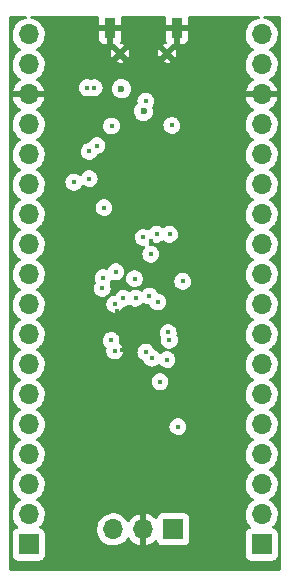
<source format=gbr>
%TF.GenerationSoftware,KiCad,Pcbnew,(6.0.6)*%
%TF.CreationDate,2022-06-27T18:40:53+02:00*%
%TF.ProjectId,rp2040-mini,72703230-3430-42d6-9d69-6e692e6b6963,rev?*%
%TF.SameCoordinates,Original*%
%TF.FileFunction,Copper,L3,Inr*%
%TF.FilePolarity,Positive*%
%FSLAX46Y46*%
G04 Gerber Fmt 4.6, Leading zero omitted, Abs format (unit mm)*
G04 Created by KiCad (PCBNEW (6.0.6)) date 2022-06-27 18:40:53*
%MOMM*%
%LPD*%
G01*
G04 APERTURE LIST*
%TA.AperFunction,ComponentPad*%
%ADD10R,0.900000X1.700000*%
%TD*%
%TA.AperFunction,ComponentPad*%
%ADD11C,0.550000*%
%TD*%
%TA.AperFunction,ComponentPad*%
%ADD12R,1.700000X1.700000*%
%TD*%
%TA.AperFunction,ComponentPad*%
%ADD13O,1.700000X1.700000*%
%TD*%
%TA.AperFunction,ViaPad*%
%ADD14C,0.400000*%
%TD*%
%TA.AperFunction,ViaPad*%
%ADD15C,0.600000*%
%TD*%
G04 APERTURE END LIST*
D10*
%TO.N,GND*%
%TO.C,J3*%
X75675000Y-34550000D03*
D11*
X76500000Y-36700000D03*
X80500000Y-36700000D03*
D10*
X81325000Y-34550000D03*
%TD*%
D12*
%TO.N,/GPIO14*%
%TO.C,J1*%
X68775000Y-78275000D03*
D13*
%TO.N,/GPIO13*%
X68775000Y-75735000D03*
%TO.N,/GPIO12*%
X68775000Y-73195000D03*
%TO.N,/GPIO11*%
X68775000Y-70655000D03*
%TO.N,/GPIO10*%
X68775000Y-68115000D03*
%TO.N,/GPIO9*%
X68775000Y-65575000D03*
%TO.N,/GPIO8*%
X68775000Y-63035000D03*
%TO.N,/GPIO7*%
X68775000Y-60495000D03*
%TO.N,/GPIO6*%
X68775000Y-57955000D03*
%TO.N,/GPIO5*%
X68775000Y-55415000D03*
%TO.N,/GPIO4*%
X68775000Y-52875000D03*
%TO.N,/GPIO3*%
X68775000Y-50335000D03*
%TO.N,/GPIO2*%
X68775000Y-47795000D03*
%TO.N,/GPIO1*%
X68775000Y-45255000D03*
%TO.N,/GPIO0*%
X68775000Y-42715000D03*
%TO.N,GND*%
X68775000Y-40175000D03*
%TO.N,+3V3*%
X68775000Y-37635000D03*
%TO.N,VBUS*%
X68775000Y-35095000D03*
%TD*%
D12*
%TO.N,/GPIO15*%
%TO.C,J2*%
X88500000Y-78275000D03*
D13*
%TO.N,/GPIO16*%
X88500000Y-75735000D03*
%TO.N,/GPIO17*%
X88500000Y-73195000D03*
%TO.N,/GPIO18*%
X88500000Y-70655000D03*
%TO.N,/GPIO19*%
X88500000Y-68115000D03*
%TO.N,/GPIO20*%
X88500000Y-65575000D03*
%TO.N,/GPIO21*%
X88500000Y-63035000D03*
%TO.N,/GPIO22*%
X88500000Y-60495000D03*
%TO.N,/GPIO23*%
X88500000Y-57955000D03*
%TO.N,/GPIO24*%
X88500000Y-55415000D03*
%TO.N,/GPIO25*%
X88500000Y-52875000D03*
%TO.N,/ADC0*%
X88500000Y-50335000D03*
%TO.N,/ADC1*%
X88500000Y-47795000D03*
%TO.N,/ADC2*%
X88500000Y-45255000D03*
%TO.N,/ADC3*%
X88500000Y-42715000D03*
%TO.N,GND*%
X88500000Y-40175000D03*
%TO.N,+3V3*%
X88500000Y-37635000D03*
%TO.N,VBUS*%
X88500000Y-35095000D03*
%TD*%
D12*
%TO.N,/RP2040/SWD*%
%TO.C,DEBUG*%
X81025000Y-77000000D03*
D13*
%TO.N,GND*%
X78485000Y-77000000D03*
%TO.N,/RP2040/SWCLK*%
X75945000Y-77000000D03*
%TD*%
D14*
%TO.N,GND*%
X81000000Y-47500000D03*
X70500000Y-38500000D03*
X85067500Y-54932500D03*
X85000000Y-56800000D03*
X81000000Y-45500000D03*
X84000000Y-34500000D03*
X74000000Y-76500000D03*
X81000000Y-46000000D03*
X83000000Y-45000000D03*
X83000000Y-47500000D03*
X77000000Y-71500000D03*
X70500000Y-40000000D03*
X73218553Y-55781448D03*
X76250000Y-59000000D03*
X80750000Y-57750000D03*
X72500000Y-67500000D03*
X81800000Y-69600000D03*
X76250000Y-59500000D03*
X76700000Y-61800000D03*
X76250000Y-58500000D03*
X79000000Y-47500000D03*
X81000000Y-46500000D03*
X81000000Y-45000000D03*
X79091250Y-52591250D03*
X80750000Y-59250000D03*
X83000000Y-46500000D03*
X85000000Y-39000000D03*
X80750000Y-58750000D03*
X80750000Y-58250000D03*
X72500000Y-55000000D03*
X81000000Y-47000000D03*
X76500000Y-45500000D03*
X70500000Y-42000000D03*
X76250000Y-60000000D03*
X81500000Y-51500000D03*
X78350000Y-70350000D03*
X82000000Y-73000000D03*
X75500000Y-73000000D03*
X85067500Y-52432500D03*
X83000000Y-44500000D03*
X82000000Y-79000000D03*
X82900000Y-53200000D03*
X83000000Y-46000000D03*
X77600000Y-62300000D03*
X74500000Y-65500000D03*
X72000000Y-71500000D03*
X85000000Y-50000000D03*
X76500000Y-47500000D03*
X71000000Y-61200000D03*
X81000000Y-44500000D03*
X79000000Y-67500000D03*
X77150000Y-62050000D03*
X80500000Y-67500000D03*
X85896800Y-60896800D03*
X85000000Y-47500000D03*
X83000000Y-76500000D03*
X75500000Y-79000000D03*
X73000000Y-38500000D03*
X83000000Y-45500000D03*
X83000000Y-47000000D03*
%TO.N,+3V3*%
X76060421Y-57931262D03*
X78700000Y-40747000D03*
X81817500Y-56000000D03*
X79000000Y-57250000D03*
X80900000Y-42800000D03*
X75750000Y-61000000D03*
X78700000Y-61999502D03*
X79112381Y-53708486D03*
X78481984Y-52281984D03*
%TO.N,+1V1*%
X79697147Y-57749500D03*
X79199500Y-62499500D03*
D15*
%TO.N,VBUS*%
X78500000Y-41600000D03*
X76629502Y-39700000D03*
D14*
%TO.N,/RP2040/USB_D-*%
X80700000Y-52016930D03*
X74325003Y-39600000D03*
%TO.N,/RP2040/USB_D+*%
X73725500Y-39600000D03*
X79600000Y-52016930D03*
%TO.N,/RP2040/QSPI_SS*%
X75793747Y-42846233D03*
X75000000Y-56600000D03*
X81411202Y-68295198D03*
%TO.N,/GPIO15*%
X76055945Y-61883936D03*
%TO.N,/RP2040/SWCLK*%
X79900000Y-64500000D03*
%TO.N,/RP2040/SWD*%
X80485113Y-62621287D03*
%TO.N,/GPIO22*%
X80694999Y-60985389D03*
%TO.N,/GPIO24*%
X80592260Y-60328379D03*
%TO.N,/RP2040/QSPI_SD3*%
X77739297Y-55760703D03*
X75150000Y-49750000D03*
%TO.N,/RP2040/QSPI_SCLK*%
X77832288Y-57431762D03*
X73900000Y-47300000D03*
%TO.N,/RP2040/QSPI_SD0*%
X76800000Y-57431762D03*
X72599500Y-47600000D03*
%TO.N,/RP2040/QSPI_SD2*%
X73900000Y-45000000D03*
X76157906Y-55192094D03*
%TO.N,/RP2040/QSPI_SD1*%
X75068592Y-55681408D03*
X74564500Y-44500000D03*
%TD*%
%TA.AperFunction,Conductor*%
%TO.N,GND*%
G36*
X68572883Y-33528502D02*
G01*
X68619376Y-33582158D01*
X68629480Y-33652432D01*
X68599986Y-33717012D01*
X68540260Y-33755396D01*
X68523821Y-33759050D01*
X68459091Y-33768955D01*
X68246756Y-33838357D01*
X68048607Y-33941507D01*
X68044474Y-33944610D01*
X68044471Y-33944612D01*
X68020247Y-33962800D01*
X67869965Y-34075635D01*
X67715629Y-34237138D01*
X67589743Y-34421680D01*
X67495688Y-34624305D01*
X67435989Y-34839570D01*
X67412251Y-35061695D01*
X67412548Y-35066848D01*
X67412548Y-35066851D01*
X67418011Y-35161590D01*
X67425110Y-35284715D01*
X67426247Y-35289761D01*
X67426248Y-35289767D01*
X67446119Y-35377939D01*
X67474222Y-35502639D01*
X67558266Y-35709616D01*
X67674987Y-35900088D01*
X67821250Y-36068938D01*
X67993126Y-36211632D01*
X68063595Y-36252811D01*
X68066445Y-36254476D01*
X68115169Y-36306114D01*
X68128240Y-36375897D01*
X68101509Y-36441669D01*
X68061055Y-36475027D01*
X68048607Y-36481507D01*
X68044474Y-36484610D01*
X68044471Y-36484612D01*
X67874100Y-36612530D01*
X67869965Y-36615635D01*
X67715629Y-36777138D01*
X67589743Y-36961680D01*
X67495688Y-37164305D01*
X67435989Y-37379570D01*
X67412251Y-37601695D01*
X67412548Y-37606848D01*
X67412548Y-37606851D01*
X67418011Y-37701590D01*
X67425110Y-37824715D01*
X67426247Y-37829761D01*
X67426248Y-37829767D01*
X67446119Y-37917939D01*
X67474222Y-38042639D01*
X67558266Y-38249616D01*
X67674987Y-38440088D01*
X67821250Y-38608938D01*
X67993126Y-38751632D01*
X68066955Y-38794774D01*
X68115679Y-38846412D01*
X68128750Y-38916195D01*
X68102019Y-38981967D01*
X68061562Y-39015327D01*
X68053457Y-39019546D01*
X68044738Y-39025036D01*
X67874433Y-39152905D01*
X67866726Y-39159748D01*
X67719590Y-39313717D01*
X67713104Y-39321727D01*
X67593098Y-39497649D01*
X67588000Y-39506623D01*
X67498338Y-39699783D01*
X67494775Y-39709470D01*
X67439389Y-39909183D01*
X67440912Y-39917607D01*
X67453292Y-39921000D01*
X70093344Y-39921000D01*
X70106875Y-39917027D01*
X70108180Y-39907947D01*
X70066214Y-39740875D01*
X70062894Y-39731124D01*
X70002631Y-39592526D01*
X73011835Y-39592526D01*
X73021244Y-39677751D01*
X73027137Y-39731124D01*
X73030653Y-39762975D01*
X73033262Y-39770106D01*
X73033263Y-39770108D01*
X73041188Y-39791764D01*
X73089585Y-39924015D01*
X73185230Y-40066349D01*
X73248647Y-40124054D01*
X73294741Y-40165996D01*
X73312065Y-40181760D01*
X73462768Y-40263585D01*
X73628639Y-40307101D01*
X73716086Y-40308474D01*
X73792503Y-40309675D01*
X73792506Y-40309675D01*
X73800102Y-40309794D01*
X73807506Y-40308098D01*
X73807508Y-40308098D01*
X73883680Y-40290652D01*
X73967259Y-40271510D01*
X73974045Y-40268097D01*
X73981195Y-40265523D01*
X73982218Y-40268366D01*
X74038414Y-40258127D01*
X74062170Y-40263969D01*
X74062271Y-40263585D01*
X74228142Y-40307101D01*
X74315589Y-40308474D01*
X74392006Y-40309675D01*
X74392009Y-40309675D01*
X74399605Y-40309794D01*
X74407009Y-40308098D01*
X74407011Y-40308098D01*
X74469849Y-40293706D01*
X74566762Y-40271510D01*
X74719961Y-40194459D01*
X74725732Y-40189530D01*
X74725735Y-40189528D01*
X74844581Y-40088023D01*
X74850358Y-40083089D01*
X74950427Y-39943830D01*
X75014388Y-39784720D01*
X75025098Y-39709470D01*
X75028062Y-39688640D01*
X75815965Y-39688640D01*
X75833665Y-39869160D01*
X75890920Y-40041273D01*
X75894567Y-40047295D01*
X75894568Y-40047297D01*
X75980706Y-40189528D01*
X75984882Y-40196424D01*
X76110884Y-40326902D01*
X76116780Y-40330760D01*
X76248292Y-40416819D01*
X76262661Y-40426222D01*
X76269265Y-40428678D01*
X76269267Y-40428679D01*
X76426060Y-40486990D01*
X76426062Y-40486990D01*
X76432670Y-40489448D01*
X76516497Y-40500633D01*
X76605482Y-40512507D01*
X76605486Y-40512507D01*
X76612463Y-40513438D01*
X76619474Y-40512800D01*
X76619478Y-40512800D01*
X76761961Y-40499832D01*
X76793102Y-40496998D01*
X76799804Y-40494820D01*
X76799806Y-40494820D01*
X76958911Y-40443124D01*
X76958914Y-40443123D01*
X76965610Y-40440947D01*
X77121414Y-40348069D01*
X77252768Y-40222982D01*
X77353145Y-40071902D01*
X77394925Y-39961917D01*
X77415057Y-39908920D01*
X77415058Y-39908918D01*
X77417557Y-39902338D01*
X77418537Y-39895366D01*
X77442250Y-39726639D01*
X77442250Y-39726636D01*
X77442801Y-39722717D01*
X77443118Y-39700000D01*
X77422899Y-39519745D01*
X77420582Y-39513091D01*
X77365566Y-39355106D01*
X77365564Y-39355103D01*
X77363247Y-39348448D01*
X77267128Y-39194624D01*
X77232495Y-39159748D01*
X77144280Y-39070915D01*
X77144276Y-39070912D01*
X77139317Y-39065918D01*
X77128199Y-39058862D01*
X77066246Y-39019546D01*
X76986168Y-38968727D01*
X76904575Y-38939673D01*
X76821927Y-38910243D01*
X76821922Y-38910242D01*
X76815292Y-38907881D01*
X76808304Y-38907048D01*
X76808301Y-38907047D01*
X76673943Y-38891026D01*
X76635182Y-38886404D01*
X76628179Y-38887140D01*
X76628178Y-38887140D01*
X76461790Y-38904628D01*
X76461788Y-38904629D01*
X76454790Y-38905364D01*
X76283081Y-38963818D01*
X76242852Y-38988567D01*
X76134597Y-39055166D01*
X76134594Y-39055168D01*
X76128590Y-39058862D01*
X76123555Y-39063793D01*
X76123552Y-39063795D01*
X76009774Y-39175215D01*
X75998995Y-39185771D01*
X75900737Y-39338238D01*
X75898328Y-39344858D01*
X75898326Y-39344861D01*
X75842716Y-39497649D01*
X75838699Y-39508685D01*
X75815965Y-39688640D01*
X75028062Y-39688640D01*
X75037969Y-39619031D01*
X75037969Y-39619027D01*
X75038550Y-39614947D01*
X75038707Y-39600000D01*
X75034261Y-39563262D01*
X75019018Y-39437299D01*
X75019017Y-39437296D01*
X75018105Y-39429758D01*
X74987184Y-39347926D01*
X74960174Y-39276447D01*
X74957490Y-39269344D01*
X74910242Y-39200598D01*
X74864662Y-39134278D01*
X74864661Y-39134276D01*
X74860360Y-39128019D01*
X74854689Y-39122966D01*
X74737996Y-39018996D01*
X74737993Y-39018994D01*
X74732324Y-39013943D01*
X74724328Y-39009709D01*
X74643073Y-38966687D01*
X74580772Y-38933700D01*
X74563191Y-38929284D01*
X74421825Y-38893775D01*
X74421821Y-38893775D01*
X74414454Y-38891924D01*
X74406855Y-38891884D01*
X74406853Y-38891884D01*
X74335397Y-38891510D01*
X74242972Y-38891026D01*
X74235592Y-38892798D01*
X74235590Y-38892798D01*
X74138135Y-38916195D01*
X74076226Y-38931058D01*
X74069470Y-38934545D01*
X74069123Y-38934674D01*
X73998302Y-38939673D01*
X73985069Y-38935712D01*
X73981269Y-38933700D01*
X73973899Y-38931849D01*
X73973897Y-38931848D01*
X73822322Y-38893775D01*
X73822318Y-38893775D01*
X73814951Y-38891924D01*
X73807352Y-38891884D01*
X73807350Y-38891884D01*
X73735894Y-38891510D01*
X73643469Y-38891026D01*
X73636089Y-38892798D01*
X73636087Y-38892798D01*
X73484102Y-38929286D01*
X73484098Y-38929287D01*
X73476723Y-38931058D01*
X73324339Y-39009709D01*
X73195115Y-39122439D01*
X73096510Y-39262739D01*
X73034218Y-39422509D01*
X73033226Y-39430042D01*
X73033226Y-39430043D01*
X73021417Y-39519745D01*
X73011835Y-39592526D01*
X70002631Y-39592526D01*
X69977972Y-39535814D01*
X69973105Y-39526739D01*
X69857426Y-39347926D01*
X69851136Y-39339757D01*
X69707806Y-39182240D01*
X69700273Y-39175215D01*
X69533139Y-39043222D01*
X69524556Y-39037520D01*
X69487602Y-39017120D01*
X69437631Y-38966687D01*
X69422859Y-38897245D01*
X69447975Y-38830839D01*
X69475327Y-38804232D01*
X69498797Y-38787491D01*
X69654860Y-38676173D01*
X69813096Y-38518489D01*
X69872594Y-38435689D01*
X69940435Y-38341277D01*
X69943453Y-38337077D01*
X70042430Y-38136811D01*
X70107370Y-37923069D01*
X70136529Y-37701590D01*
X70138156Y-37635000D01*
X70119852Y-37412361D01*
X70118232Y-37405911D01*
X76158919Y-37405911D01*
X76161702Y-37409629D01*
X76302775Y-37462093D01*
X76316360Y-37465480D01*
X76476517Y-37486850D01*
X76490513Y-37487143D01*
X76651419Y-37472499D01*
X76665144Y-37469682D01*
X76818807Y-37419754D01*
X76830766Y-37414329D01*
X76838571Y-37405911D01*
X80158919Y-37405911D01*
X80161702Y-37409629D01*
X80302775Y-37462093D01*
X80316360Y-37465480D01*
X80476517Y-37486850D01*
X80490513Y-37487143D01*
X80651419Y-37472499D01*
X80665144Y-37469682D01*
X80818807Y-37419754D01*
X80830766Y-37414329D01*
X80840121Y-37404239D01*
X80836616Y-37395826D01*
X80512812Y-37072022D01*
X80498868Y-37064408D01*
X80497035Y-37064539D01*
X80490420Y-37068790D01*
X80165679Y-37393531D01*
X80158919Y-37405911D01*
X76838571Y-37405911D01*
X76840121Y-37404239D01*
X76836616Y-37395826D01*
X76512812Y-37072022D01*
X76498868Y-37064408D01*
X76497035Y-37064539D01*
X76490420Y-37068790D01*
X76165679Y-37393531D01*
X76158919Y-37405911D01*
X70118232Y-37405911D01*
X70065431Y-37195702D01*
X69976354Y-36990840D01*
X69855014Y-36803277D01*
X69757407Y-36696008D01*
X75712810Y-36696008D01*
X75728578Y-36856816D01*
X75731489Y-36870510D01*
X75782489Y-37023823D01*
X75786364Y-37032211D01*
X75795380Y-37040454D01*
X75803997Y-37036793D01*
X76127978Y-36712812D01*
X76134356Y-36701132D01*
X76864408Y-36701132D01*
X76864539Y-36702965D01*
X76868790Y-36709580D01*
X77193117Y-37033907D01*
X77205497Y-37040667D01*
X77209313Y-37037810D01*
X77260699Y-36902538D01*
X77264179Y-36888984D01*
X77287096Y-36725923D01*
X77287702Y-36718041D01*
X77287899Y-36703962D01*
X77287512Y-36696062D01*
X77287506Y-36696008D01*
X79712810Y-36696008D01*
X79728578Y-36856816D01*
X79731489Y-36870510D01*
X79782489Y-37023823D01*
X79786364Y-37032211D01*
X79795380Y-37040454D01*
X79803997Y-37036793D01*
X80127978Y-36712812D01*
X80134356Y-36701132D01*
X80864408Y-36701132D01*
X80864539Y-36702965D01*
X80868790Y-36709580D01*
X81193117Y-37033907D01*
X81205497Y-37040667D01*
X81209313Y-37037810D01*
X81260699Y-36902538D01*
X81264179Y-36888984D01*
X81287096Y-36725923D01*
X81287702Y-36718041D01*
X81287899Y-36703962D01*
X81287512Y-36696062D01*
X81269158Y-36532427D01*
X81266058Y-36518782D01*
X81212918Y-36366184D01*
X81212292Y-36364877D01*
X81205460Y-36358804D01*
X81196411Y-36362799D01*
X80872022Y-36687188D01*
X80864408Y-36701132D01*
X80134356Y-36701132D01*
X80135592Y-36698868D01*
X80135461Y-36697035D01*
X80131210Y-36690420D01*
X79806023Y-36365233D01*
X79793643Y-36358473D01*
X79790021Y-36361184D01*
X79736547Y-36508102D01*
X79733257Y-36521702D01*
X79713006Y-36682011D01*
X79712810Y-36696008D01*
X77287506Y-36696008D01*
X77269158Y-36532427D01*
X77266058Y-36518782D01*
X77212918Y-36366184D01*
X77212292Y-36364877D01*
X77205460Y-36358804D01*
X77196411Y-36362799D01*
X76872022Y-36687188D01*
X76864408Y-36701132D01*
X76134356Y-36701132D01*
X76135592Y-36698868D01*
X76135461Y-36697035D01*
X76131210Y-36690420D01*
X75806023Y-36365233D01*
X75793643Y-36358473D01*
X75790021Y-36361184D01*
X75736547Y-36508102D01*
X75733257Y-36521702D01*
X75713006Y-36682011D01*
X75712810Y-36696008D01*
X69757407Y-36696008D01*
X69704670Y-36638051D01*
X69700619Y-36634852D01*
X69700615Y-36634848D01*
X69533414Y-36502800D01*
X69533410Y-36502798D01*
X69529359Y-36499598D01*
X69488053Y-36476796D01*
X69438084Y-36426364D01*
X69423312Y-36356921D01*
X69448428Y-36290516D01*
X69475780Y-36263909D01*
X69519603Y-36232650D01*
X69654860Y-36136173D01*
X69813096Y-35978489D01*
X69816601Y-35973612D01*
X69940435Y-35801277D01*
X69943453Y-35797077D01*
X69980020Y-35723090D01*
X70040136Y-35601453D01*
X70040137Y-35601451D01*
X70042430Y-35596811D01*
X70088654Y-35444669D01*
X74717001Y-35444669D01*
X74717371Y-35451490D01*
X74722895Y-35502352D01*
X74726521Y-35517604D01*
X74771676Y-35638054D01*
X74780214Y-35653649D01*
X74856715Y-35755724D01*
X74869276Y-35768285D01*
X74971351Y-35844786D01*
X74986946Y-35853324D01*
X75107394Y-35898478D01*
X75122649Y-35902105D01*
X75173514Y-35907631D01*
X75180328Y-35908000D01*
X75402885Y-35908000D01*
X75418124Y-35903525D01*
X75419329Y-35902135D01*
X75421000Y-35894452D01*
X75421000Y-35889884D01*
X75929000Y-35889884D01*
X75933475Y-35905123D01*
X75934865Y-35906328D01*
X75942548Y-35907999D01*
X76038782Y-35907999D01*
X76106903Y-35928001D01*
X76154405Y-35983925D01*
X76163014Y-36003804D01*
X76487188Y-36327978D01*
X76501132Y-36335592D01*
X76502965Y-36335461D01*
X76509580Y-36331210D01*
X76834795Y-36005995D01*
X76840813Y-35994973D01*
X80159190Y-35994973D01*
X80163014Y-36003804D01*
X80487188Y-36327978D01*
X80501132Y-36335592D01*
X80502965Y-36335461D01*
X80509580Y-36331210D01*
X80834797Y-36005993D01*
X80852479Y-35973612D01*
X80902682Y-35923411D01*
X80963065Y-35908000D01*
X81052885Y-35908000D01*
X81068124Y-35903525D01*
X81069329Y-35902135D01*
X81071000Y-35894452D01*
X81071000Y-35889884D01*
X81579000Y-35889884D01*
X81583475Y-35905123D01*
X81584865Y-35906328D01*
X81592548Y-35907999D01*
X81819669Y-35907999D01*
X81826490Y-35907629D01*
X81877352Y-35902105D01*
X81892604Y-35898479D01*
X82013054Y-35853324D01*
X82028649Y-35844786D01*
X82130724Y-35768285D01*
X82143285Y-35755724D01*
X82219786Y-35653649D01*
X82228324Y-35638054D01*
X82273478Y-35517606D01*
X82277105Y-35502351D01*
X82282631Y-35451486D01*
X82283000Y-35444672D01*
X82283000Y-34822115D01*
X82278525Y-34806876D01*
X82277135Y-34805671D01*
X82269452Y-34804000D01*
X81597115Y-34804000D01*
X81581876Y-34808475D01*
X81580671Y-34809865D01*
X81579000Y-34817548D01*
X81579000Y-35889884D01*
X81071000Y-35889884D01*
X81071000Y-34822115D01*
X81066525Y-34806876D01*
X81065135Y-34805671D01*
X81057452Y-34804000D01*
X80385116Y-34804000D01*
X80369877Y-34808475D01*
X80368672Y-34809865D01*
X80367001Y-34817548D01*
X80367001Y-35444669D01*
X80367371Y-35451490D01*
X80372895Y-35502352D01*
X80376521Y-35517604D01*
X80421676Y-35638054D01*
X80430214Y-35653649D01*
X80482088Y-35722864D01*
X80506936Y-35789371D01*
X80491883Y-35858753D01*
X80441709Y-35908983D01*
X80394432Y-35923739D01*
X80337805Y-35929690D01*
X80324129Y-35932697D01*
X80171169Y-35984770D01*
X80166340Y-35987042D01*
X80159190Y-35994973D01*
X76840813Y-35994973D01*
X76841555Y-35993615D01*
X76838291Y-35989255D01*
X76686564Y-35935227D01*
X76672939Y-35932031D01*
X76603650Y-35923769D01*
X76538377Y-35895841D01*
X76498564Y-35837058D01*
X76496852Y-35766082D01*
X76517742Y-35723090D01*
X76569789Y-35653644D01*
X76578324Y-35638054D01*
X76623478Y-35517606D01*
X76627105Y-35502351D01*
X76632631Y-35451486D01*
X76633000Y-35444672D01*
X76633000Y-34822115D01*
X76628525Y-34806876D01*
X76627135Y-34805671D01*
X76619452Y-34804000D01*
X75947115Y-34804000D01*
X75931876Y-34808475D01*
X75930671Y-34809865D01*
X75929000Y-34817548D01*
X75929000Y-35889884D01*
X75421000Y-35889884D01*
X75421000Y-34822115D01*
X75416525Y-34806876D01*
X75415135Y-34805671D01*
X75407452Y-34804000D01*
X74735116Y-34804000D01*
X74719877Y-34808475D01*
X74718672Y-34809865D01*
X74717001Y-34817548D01*
X74717001Y-35444669D01*
X70088654Y-35444669D01*
X70107370Y-35383069D01*
X70136529Y-35161590D01*
X70138156Y-35095000D01*
X70119852Y-34872361D01*
X70065431Y-34655702D01*
X69976354Y-34450840D01*
X69936906Y-34389862D01*
X69857822Y-34267617D01*
X69857820Y-34267614D01*
X69855014Y-34263277D01*
X69704670Y-34098051D01*
X69700619Y-34094852D01*
X69700615Y-34094848D01*
X69533414Y-33962800D01*
X69533410Y-33962798D01*
X69529359Y-33959598D01*
X69333789Y-33851638D01*
X69328920Y-33849914D01*
X69328916Y-33849912D01*
X69128087Y-33778795D01*
X69128083Y-33778794D01*
X69123212Y-33777069D01*
X69118119Y-33776162D01*
X69118116Y-33776161D01*
X69019230Y-33758547D01*
X68955672Y-33726909D01*
X68919309Y-33665932D01*
X68921686Y-33594975D01*
X68962047Y-33536567D01*
X69027579Y-33509252D01*
X69041326Y-33508500D01*
X74592150Y-33508500D01*
X74660271Y-33528502D01*
X74706764Y-33582158D01*
X74716926Y-33645083D01*
X74717553Y-33645117D01*
X74717397Y-33647998D01*
X74717414Y-33648103D01*
X74717369Y-33648520D01*
X74717000Y-33655328D01*
X74717000Y-34277885D01*
X74721475Y-34293124D01*
X74722865Y-34294329D01*
X74730548Y-34296000D01*
X76614884Y-34296000D01*
X76630123Y-34291525D01*
X76631328Y-34290135D01*
X76632999Y-34282452D01*
X76632999Y-33655331D01*
X76632629Y-33648506D01*
X76632584Y-33648089D01*
X76632601Y-33647992D01*
X76632446Y-33645123D01*
X76633123Y-33645086D01*
X76645122Y-33578209D01*
X76693451Y-33526200D01*
X76757849Y-33508500D01*
X80242150Y-33508500D01*
X80310271Y-33528502D01*
X80356764Y-33582158D01*
X80366926Y-33645083D01*
X80367553Y-33645117D01*
X80367397Y-33647998D01*
X80367414Y-33648103D01*
X80367369Y-33648520D01*
X80367000Y-33655328D01*
X80367000Y-34277885D01*
X80371475Y-34293124D01*
X80372865Y-34294329D01*
X80380548Y-34296000D01*
X82264884Y-34296000D01*
X82280123Y-34291525D01*
X82281328Y-34290135D01*
X82282999Y-34282452D01*
X82282999Y-33655331D01*
X82282629Y-33648506D01*
X82282584Y-33648089D01*
X82282601Y-33647992D01*
X82282446Y-33645123D01*
X82283123Y-33645086D01*
X82295122Y-33578209D01*
X82343451Y-33526200D01*
X82407849Y-33508500D01*
X88229762Y-33508500D01*
X88297883Y-33528502D01*
X88344376Y-33582158D01*
X88354480Y-33652432D01*
X88324986Y-33717012D01*
X88265260Y-33755396D01*
X88248821Y-33759050D01*
X88184091Y-33768955D01*
X87971756Y-33838357D01*
X87773607Y-33941507D01*
X87769474Y-33944610D01*
X87769471Y-33944612D01*
X87745247Y-33962800D01*
X87594965Y-34075635D01*
X87440629Y-34237138D01*
X87314743Y-34421680D01*
X87220688Y-34624305D01*
X87160989Y-34839570D01*
X87137251Y-35061695D01*
X87137548Y-35066848D01*
X87137548Y-35066851D01*
X87143011Y-35161590D01*
X87150110Y-35284715D01*
X87151247Y-35289761D01*
X87151248Y-35289767D01*
X87171119Y-35377939D01*
X87199222Y-35502639D01*
X87283266Y-35709616D01*
X87399987Y-35900088D01*
X87546250Y-36068938D01*
X87718126Y-36211632D01*
X87788595Y-36252811D01*
X87791445Y-36254476D01*
X87840169Y-36306114D01*
X87853240Y-36375897D01*
X87826509Y-36441669D01*
X87786055Y-36475027D01*
X87773607Y-36481507D01*
X87769474Y-36484610D01*
X87769471Y-36484612D01*
X87599100Y-36612530D01*
X87594965Y-36615635D01*
X87440629Y-36777138D01*
X87314743Y-36961680D01*
X87220688Y-37164305D01*
X87160989Y-37379570D01*
X87137251Y-37601695D01*
X87137548Y-37606848D01*
X87137548Y-37606851D01*
X87143011Y-37701590D01*
X87150110Y-37824715D01*
X87151247Y-37829761D01*
X87151248Y-37829767D01*
X87171119Y-37917939D01*
X87199222Y-38042639D01*
X87283266Y-38249616D01*
X87399987Y-38440088D01*
X87546250Y-38608938D01*
X87718126Y-38751632D01*
X87791955Y-38794774D01*
X87840679Y-38846412D01*
X87853750Y-38916195D01*
X87827019Y-38981967D01*
X87786562Y-39015327D01*
X87778457Y-39019546D01*
X87769738Y-39025036D01*
X87599433Y-39152905D01*
X87591726Y-39159748D01*
X87444590Y-39313717D01*
X87438104Y-39321727D01*
X87318098Y-39497649D01*
X87313000Y-39506623D01*
X87223338Y-39699783D01*
X87219775Y-39709470D01*
X87164389Y-39909183D01*
X87165912Y-39917607D01*
X87178292Y-39921000D01*
X89818344Y-39921000D01*
X89831875Y-39917027D01*
X89833180Y-39907947D01*
X89791214Y-39740875D01*
X89787894Y-39731124D01*
X89702972Y-39535814D01*
X89698105Y-39526739D01*
X89582426Y-39347926D01*
X89576136Y-39339757D01*
X89432806Y-39182240D01*
X89425273Y-39175215D01*
X89258139Y-39043222D01*
X89249556Y-39037520D01*
X89212602Y-39017120D01*
X89162631Y-38966687D01*
X89147859Y-38897245D01*
X89172975Y-38830839D01*
X89200327Y-38804232D01*
X89223797Y-38787491D01*
X89379860Y-38676173D01*
X89538096Y-38518489D01*
X89597594Y-38435689D01*
X89665435Y-38341277D01*
X89668453Y-38337077D01*
X89767430Y-38136811D01*
X89832370Y-37923069D01*
X89861529Y-37701590D01*
X89863156Y-37635000D01*
X89844852Y-37412361D01*
X89790431Y-37195702D01*
X89701354Y-36990840D01*
X89580014Y-36803277D01*
X89429670Y-36638051D01*
X89425619Y-36634852D01*
X89425615Y-36634848D01*
X89258414Y-36502800D01*
X89258410Y-36502798D01*
X89254359Y-36499598D01*
X89213053Y-36476796D01*
X89163084Y-36426364D01*
X89148312Y-36356921D01*
X89173428Y-36290516D01*
X89200780Y-36263909D01*
X89244603Y-36232650D01*
X89379860Y-36136173D01*
X89538096Y-35978489D01*
X89541601Y-35973612D01*
X89665435Y-35801277D01*
X89668453Y-35797077D01*
X89705020Y-35723090D01*
X89765136Y-35601453D01*
X89765137Y-35601451D01*
X89767430Y-35596811D01*
X89832370Y-35383069D01*
X89861529Y-35161590D01*
X89863156Y-35095000D01*
X89844852Y-34872361D01*
X89790431Y-34655702D01*
X89701354Y-34450840D01*
X89661906Y-34389862D01*
X89582822Y-34267617D01*
X89582820Y-34267614D01*
X89580014Y-34263277D01*
X89429670Y-34098051D01*
X89425619Y-34094852D01*
X89425615Y-34094848D01*
X89258414Y-33962800D01*
X89258410Y-33962798D01*
X89254359Y-33959598D01*
X89058789Y-33851638D01*
X89053920Y-33849914D01*
X89053916Y-33849912D01*
X88853087Y-33778795D01*
X88853083Y-33778794D01*
X88848212Y-33777069D01*
X88843119Y-33776162D01*
X88843116Y-33776161D01*
X88744230Y-33758547D01*
X88680672Y-33726909D01*
X88644309Y-33665932D01*
X88646686Y-33594975D01*
X88687047Y-33536567D01*
X88752579Y-33509252D01*
X88766326Y-33508500D01*
X89990500Y-33508500D01*
X90058621Y-33528502D01*
X90105114Y-33582158D01*
X90116500Y-33634500D01*
X90116500Y-80365500D01*
X90096498Y-80433621D01*
X90042842Y-80480114D01*
X89990500Y-80491500D01*
X67259500Y-80491500D01*
X67191379Y-80471498D01*
X67144886Y-80417842D01*
X67133500Y-80365500D01*
X67133500Y-75701695D01*
X67412251Y-75701695D01*
X67412548Y-75706848D01*
X67412548Y-75706851D01*
X67418011Y-75801590D01*
X67425110Y-75924715D01*
X67426247Y-75929761D01*
X67426248Y-75929767D01*
X67438639Y-75984748D01*
X67474222Y-76142639D01*
X67512461Y-76236811D01*
X67547050Y-76321993D01*
X67558266Y-76349616D01*
X67674987Y-76540088D01*
X67821250Y-76708938D01*
X67825230Y-76712242D01*
X67829981Y-76716187D01*
X67869616Y-76775090D01*
X67871113Y-76846071D01*
X67833997Y-76906593D01*
X67793724Y-76931112D01*
X67678295Y-76974385D01*
X67561739Y-77061739D01*
X67474385Y-77178295D01*
X67423255Y-77314684D01*
X67416500Y-77376866D01*
X67416500Y-79173134D01*
X67423255Y-79235316D01*
X67474385Y-79371705D01*
X67561739Y-79488261D01*
X67678295Y-79575615D01*
X67814684Y-79626745D01*
X67876866Y-79633500D01*
X69673134Y-79633500D01*
X69735316Y-79626745D01*
X69871705Y-79575615D01*
X69988261Y-79488261D01*
X70075615Y-79371705D01*
X70126745Y-79235316D01*
X70133500Y-79173134D01*
X70133500Y-77376866D01*
X70126745Y-77314684D01*
X70075615Y-77178295D01*
X69988261Y-77061739D01*
X69871705Y-76974385D01*
X69851192Y-76966695D01*
X74582251Y-76966695D01*
X74595110Y-77189715D01*
X74596247Y-77194761D01*
X74596248Y-77194767D01*
X74617275Y-77288069D01*
X74644222Y-77407639D01*
X74728266Y-77614616D01*
X74844987Y-77805088D01*
X74991250Y-77973938D01*
X75163126Y-78116632D01*
X75356000Y-78229338D01*
X75564692Y-78309030D01*
X75569760Y-78310061D01*
X75569763Y-78310062D01*
X75664862Y-78329410D01*
X75783597Y-78353567D01*
X75788772Y-78353757D01*
X75788774Y-78353757D01*
X76001673Y-78361564D01*
X76001677Y-78361564D01*
X76006837Y-78361753D01*
X76011957Y-78361097D01*
X76011959Y-78361097D01*
X76223288Y-78334025D01*
X76223289Y-78334025D01*
X76228416Y-78333368D01*
X76233366Y-78331883D01*
X76437429Y-78270661D01*
X76437434Y-78270659D01*
X76442384Y-78269174D01*
X76642994Y-78170896D01*
X76824860Y-78041173D01*
X76983096Y-77883489D01*
X77042594Y-77800689D01*
X77113453Y-77702077D01*
X77114640Y-77702930D01*
X77161960Y-77659362D01*
X77231897Y-77647145D01*
X77297338Y-77674678D01*
X77325166Y-77706511D01*
X77382694Y-77800388D01*
X77388777Y-77808699D01*
X77528213Y-77969667D01*
X77535580Y-77976883D01*
X77699434Y-78112916D01*
X77707881Y-78118831D01*
X77891756Y-78226279D01*
X77901042Y-78230729D01*
X78100001Y-78306703D01*
X78109899Y-78309579D01*
X78213250Y-78330606D01*
X78227299Y-78329410D01*
X78231000Y-78319065D01*
X78231000Y-78318517D01*
X78739000Y-78318517D01*
X78743064Y-78332359D01*
X78756478Y-78334393D01*
X78763184Y-78333534D01*
X78773262Y-78331392D01*
X78977255Y-78270191D01*
X78986842Y-78266433D01*
X79178095Y-78172739D01*
X79186945Y-78167464D01*
X79360328Y-78043792D01*
X79368193Y-78037145D01*
X79472897Y-77932805D01*
X79535268Y-77898889D01*
X79606075Y-77904077D01*
X79662837Y-77946723D01*
X79679819Y-77977826D01*
X79724385Y-78096705D01*
X79811739Y-78213261D01*
X79928295Y-78300615D01*
X80064684Y-78351745D01*
X80126866Y-78358500D01*
X81923134Y-78358500D01*
X81985316Y-78351745D01*
X82121705Y-78300615D01*
X82238261Y-78213261D01*
X82325615Y-78096705D01*
X82376745Y-77960316D01*
X82383500Y-77898134D01*
X82383500Y-76101866D01*
X82376745Y-76039684D01*
X82325615Y-75903295D01*
X82238261Y-75786739D01*
X82124787Y-75701695D01*
X87137251Y-75701695D01*
X87137548Y-75706848D01*
X87137548Y-75706851D01*
X87143011Y-75801590D01*
X87150110Y-75924715D01*
X87151247Y-75929761D01*
X87151248Y-75929767D01*
X87163639Y-75984748D01*
X87199222Y-76142639D01*
X87237461Y-76236811D01*
X87272050Y-76321993D01*
X87283266Y-76349616D01*
X87399987Y-76540088D01*
X87546250Y-76708938D01*
X87550230Y-76712242D01*
X87554981Y-76716187D01*
X87594616Y-76775090D01*
X87596113Y-76846071D01*
X87558997Y-76906593D01*
X87518724Y-76931112D01*
X87403295Y-76974385D01*
X87286739Y-77061739D01*
X87199385Y-77178295D01*
X87148255Y-77314684D01*
X87141500Y-77376866D01*
X87141500Y-79173134D01*
X87148255Y-79235316D01*
X87199385Y-79371705D01*
X87286739Y-79488261D01*
X87403295Y-79575615D01*
X87539684Y-79626745D01*
X87601866Y-79633500D01*
X89398134Y-79633500D01*
X89460316Y-79626745D01*
X89596705Y-79575615D01*
X89713261Y-79488261D01*
X89800615Y-79371705D01*
X89851745Y-79235316D01*
X89858500Y-79173134D01*
X89858500Y-77376866D01*
X89851745Y-77314684D01*
X89800615Y-77178295D01*
X89713261Y-77061739D01*
X89596705Y-76974385D01*
X89562500Y-76961562D01*
X89478203Y-76929960D01*
X89421439Y-76887318D01*
X89396739Y-76820756D01*
X89411947Y-76751408D01*
X89433493Y-76722727D01*
X89534435Y-76622137D01*
X89538096Y-76618489D01*
X89597594Y-76535689D01*
X89665435Y-76441277D01*
X89668453Y-76437077D01*
X89713923Y-76345076D01*
X89765136Y-76241453D01*
X89765137Y-76241451D01*
X89767430Y-76236811D01*
X89809462Y-76098469D01*
X89830865Y-76028023D01*
X89830865Y-76028021D01*
X89832370Y-76023069D01*
X89861529Y-75801590D01*
X89861611Y-75798240D01*
X89863074Y-75738365D01*
X89863074Y-75738361D01*
X89863156Y-75735000D01*
X89844852Y-75512361D01*
X89790431Y-75295702D01*
X89701354Y-75090840D01*
X89580014Y-74903277D01*
X89429670Y-74738051D01*
X89425619Y-74734852D01*
X89425615Y-74734848D01*
X89258414Y-74602800D01*
X89258410Y-74602798D01*
X89254359Y-74599598D01*
X89213053Y-74576796D01*
X89163084Y-74526364D01*
X89148312Y-74456921D01*
X89173428Y-74390516D01*
X89200780Y-74363909D01*
X89244603Y-74332650D01*
X89379860Y-74236173D01*
X89538096Y-74078489D01*
X89597594Y-73995689D01*
X89665435Y-73901277D01*
X89668453Y-73897077D01*
X89767430Y-73696811D01*
X89832370Y-73483069D01*
X89861529Y-73261590D01*
X89863156Y-73195000D01*
X89844852Y-72972361D01*
X89790431Y-72755702D01*
X89701354Y-72550840D01*
X89580014Y-72363277D01*
X89429670Y-72198051D01*
X89425619Y-72194852D01*
X89425615Y-72194848D01*
X89258414Y-72062800D01*
X89258410Y-72062798D01*
X89254359Y-72059598D01*
X89213053Y-72036796D01*
X89163084Y-71986364D01*
X89148312Y-71916921D01*
X89173428Y-71850516D01*
X89200780Y-71823909D01*
X89244603Y-71792650D01*
X89379860Y-71696173D01*
X89538096Y-71538489D01*
X89597594Y-71455689D01*
X89665435Y-71361277D01*
X89668453Y-71357077D01*
X89767430Y-71156811D01*
X89832370Y-70943069D01*
X89861529Y-70721590D01*
X89863156Y-70655000D01*
X89844852Y-70432361D01*
X89790431Y-70215702D01*
X89701354Y-70010840D01*
X89580014Y-69823277D01*
X89429670Y-69658051D01*
X89425619Y-69654852D01*
X89425615Y-69654848D01*
X89258414Y-69522800D01*
X89258410Y-69522798D01*
X89254359Y-69519598D01*
X89213053Y-69496796D01*
X89163084Y-69446364D01*
X89148312Y-69376921D01*
X89173428Y-69310516D01*
X89200780Y-69283909D01*
X89244603Y-69252650D01*
X89379860Y-69156173D01*
X89538096Y-68998489D01*
X89566628Y-68958783D01*
X89665435Y-68821277D01*
X89668453Y-68817077D01*
X89690674Y-68772117D01*
X89765136Y-68621453D01*
X89765137Y-68621451D01*
X89767430Y-68616811D01*
X89832370Y-68403069D01*
X89861529Y-68181590D01*
X89861611Y-68178240D01*
X89863074Y-68118365D01*
X89863074Y-68118361D01*
X89863156Y-68115000D01*
X89844852Y-67892361D01*
X89790431Y-67675702D01*
X89701354Y-67470840D01*
X89580014Y-67283277D01*
X89429670Y-67118051D01*
X89425619Y-67114852D01*
X89425615Y-67114848D01*
X89258414Y-66982800D01*
X89258410Y-66982798D01*
X89254359Y-66979598D01*
X89213053Y-66956796D01*
X89163084Y-66906364D01*
X89148312Y-66836921D01*
X89173428Y-66770516D01*
X89200780Y-66743909D01*
X89244603Y-66712650D01*
X89379860Y-66616173D01*
X89538096Y-66458489D01*
X89597594Y-66375689D01*
X89665435Y-66281277D01*
X89668453Y-66277077D01*
X89767430Y-66076811D01*
X89832370Y-65863069D01*
X89861529Y-65641590D01*
X89863156Y-65575000D01*
X89844852Y-65352361D01*
X89790431Y-65135702D01*
X89701354Y-64930840D01*
X89580014Y-64743277D01*
X89429670Y-64578051D01*
X89425619Y-64574852D01*
X89425615Y-64574848D01*
X89258414Y-64442800D01*
X89258410Y-64442798D01*
X89254359Y-64439598D01*
X89213053Y-64416796D01*
X89163084Y-64366364D01*
X89148312Y-64296921D01*
X89173428Y-64230516D01*
X89200780Y-64203909D01*
X89267213Y-64156523D01*
X89379860Y-64076173D01*
X89538096Y-63918489D01*
X89546907Y-63906228D01*
X89665435Y-63741277D01*
X89668453Y-63737077D01*
X89767430Y-63536811D01*
X89832370Y-63323069D01*
X89861529Y-63101590D01*
X89861632Y-63097371D01*
X89863074Y-63038365D01*
X89863074Y-63038361D01*
X89863156Y-63035000D01*
X89844852Y-62812361D01*
X89790431Y-62595702D01*
X89701354Y-62390840D01*
X89636526Y-62290631D01*
X89582822Y-62207617D01*
X89582820Y-62207614D01*
X89580014Y-62203277D01*
X89429670Y-62038051D01*
X89425619Y-62034852D01*
X89425615Y-62034848D01*
X89258414Y-61902800D01*
X89258410Y-61902798D01*
X89254359Y-61899598D01*
X89213053Y-61876796D01*
X89163084Y-61826364D01*
X89148312Y-61756921D01*
X89173428Y-61690516D01*
X89200780Y-61663909D01*
X89267758Y-61616134D01*
X89379860Y-61536173D01*
X89388543Y-61527521D01*
X89502260Y-61414200D01*
X89538096Y-61378489D01*
X89597594Y-61295689D01*
X89665435Y-61201277D01*
X89668453Y-61197077D01*
X89675314Y-61183196D01*
X89765136Y-61001453D01*
X89765137Y-61001451D01*
X89767430Y-60996811D01*
X89832370Y-60783069D01*
X89861529Y-60561590D01*
X89862714Y-60513099D01*
X89863074Y-60498365D01*
X89863074Y-60498361D01*
X89863156Y-60495000D01*
X89844852Y-60272361D01*
X89790431Y-60055702D01*
X89701354Y-59850840D01*
X89661906Y-59789862D01*
X89582822Y-59667617D01*
X89582820Y-59667614D01*
X89580014Y-59663277D01*
X89429670Y-59498051D01*
X89425619Y-59494852D01*
X89425615Y-59494848D01*
X89258414Y-59362800D01*
X89258410Y-59362798D01*
X89254359Y-59359598D01*
X89213053Y-59336796D01*
X89163084Y-59286364D01*
X89148312Y-59216921D01*
X89173428Y-59150516D01*
X89200780Y-59123909D01*
X89244603Y-59092650D01*
X89379860Y-58996173D01*
X89538096Y-58838489D01*
X89597594Y-58755689D01*
X89665435Y-58661277D01*
X89668453Y-58657077D01*
X89677210Y-58639360D01*
X89765136Y-58461453D01*
X89765137Y-58461451D01*
X89767430Y-58456811D01*
X89832370Y-58243069D01*
X89861529Y-58021590D01*
X89862150Y-57996194D01*
X89863074Y-57958365D01*
X89863074Y-57958361D01*
X89863156Y-57955000D01*
X89844852Y-57732361D01*
X89790431Y-57515702D01*
X89701354Y-57310840D01*
X89661906Y-57249862D01*
X89582822Y-57127617D01*
X89582820Y-57127614D01*
X89580014Y-57123277D01*
X89429670Y-56958051D01*
X89425619Y-56954852D01*
X89425615Y-56954848D01*
X89258414Y-56822800D01*
X89258410Y-56822798D01*
X89254359Y-56819598D01*
X89213053Y-56796796D01*
X89163084Y-56746364D01*
X89148312Y-56676921D01*
X89173428Y-56610516D01*
X89200780Y-56583909D01*
X89257046Y-56543775D01*
X89379860Y-56456173D01*
X89406082Y-56430043D01*
X89499666Y-56336785D01*
X89538096Y-56298489D01*
X89558698Y-56269819D01*
X89665435Y-56121277D01*
X89668453Y-56117077D01*
X89678135Y-56097488D01*
X89765136Y-55921453D01*
X89765137Y-55921451D01*
X89767430Y-55916811D01*
X89832370Y-55703069D01*
X89861529Y-55481590D01*
X89862777Y-55430522D01*
X89863074Y-55418365D01*
X89863074Y-55418361D01*
X89863156Y-55415000D01*
X89844852Y-55192361D01*
X89790431Y-54975702D01*
X89701354Y-54770840D01*
X89594738Y-54606037D01*
X89582822Y-54587617D01*
X89582820Y-54587614D01*
X89580014Y-54583277D01*
X89429670Y-54418051D01*
X89425619Y-54414852D01*
X89425615Y-54414848D01*
X89258414Y-54282800D01*
X89258410Y-54282798D01*
X89254359Y-54279598D01*
X89213053Y-54256796D01*
X89163084Y-54206364D01*
X89148312Y-54136921D01*
X89173428Y-54070516D01*
X89200780Y-54043909D01*
X89244603Y-54012650D01*
X89379860Y-53916173D01*
X89402908Y-53893206D01*
X89534435Y-53762137D01*
X89538096Y-53758489D01*
X89597594Y-53675689D01*
X89665435Y-53581277D01*
X89668453Y-53577077D01*
X89683919Y-53545785D01*
X89765136Y-53381453D01*
X89765137Y-53381451D01*
X89767430Y-53376811D01*
X89813272Y-53225929D01*
X89830865Y-53168023D01*
X89830865Y-53168021D01*
X89832370Y-53163069D01*
X89861529Y-52941590D01*
X89863156Y-52875000D01*
X89844852Y-52652361D01*
X89790431Y-52435702D01*
X89701354Y-52230840D01*
X89661906Y-52169862D01*
X89582822Y-52047617D01*
X89582820Y-52047614D01*
X89580014Y-52043277D01*
X89429670Y-51878051D01*
X89425619Y-51874852D01*
X89425615Y-51874848D01*
X89258414Y-51742800D01*
X89258410Y-51742798D01*
X89254359Y-51739598D01*
X89213053Y-51716796D01*
X89163084Y-51666364D01*
X89148312Y-51596921D01*
X89173428Y-51530516D01*
X89200780Y-51503909D01*
X89244603Y-51472650D01*
X89379860Y-51376173D01*
X89404651Y-51351469D01*
X89534435Y-51222137D01*
X89538096Y-51218489D01*
X89597594Y-51135689D01*
X89665435Y-51041277D01*
X89668453Y-51037077D01*
X89767430Y-50836811D01*
X89832370Y-50623069D01*
X89861529Y-50401590D01*
X89862925Y-50344459D01*
X89863074Y-50338365D01*
X89863074Y-50338361D01*
X89863156Y-50335000D01*
X89844852Y-50112361D01*
X89790431Y-49895702D01*
X89701354Y-49690840D01*
X89580014Y-49503277D01*
X89429670Y-49338051D01*
X89425619Y-49334852D01*
X89425615Y-49334848D01*
X89258414Y-49202800D01*
X89258410Y-49202798D01*
X89254359Y-49199598D01*
X89213053Y-49176796D01*
X89163084Y-49126364D01*
X89148312Y-49056921D01*
X89173428Y-48990516D01*
X89200780Y-48963909D01*
X89244603Y-48932650D01*
X89379860Y-48836173D01*
X89538096Y-48678489D01*
X89597594Y-48595689D01*
X89665435Y-48501277D01*
X89668453Y-48497077D01*
X89761014Y-48309794D01*
X89765136Y-48301453D01*
X89765137Y-48301451D01*
X89767430Y-48296811D01*
X89832370Y-48083069D01*
X89861529Y-47861590D01*
X89863156Y-47795000D01*
X89844852Y-47572361D01*
X89790431Y-47355702D01*
X89701354Y-47150840D01*
X89644356Y-47062735D01*
X89582822Y-46967617D01*
X89582820Y-46967614D01*
X89580014Y-46963277D01*
X89429670Y-46798051D01*
X89425619Y-46794852D01*
X89425615Y-46794848D01*
X89258414Y-46662800D01*
X89258410Y-46662798D01*
X89254359Y-46659598D01*
X89213053Y-46636796D01*
X89163084Y-46586364D01*
X89148312Y-46516921D01*
X89173428Y-46450516D01*
X89200780Y-46423909D01*
X89244603Y-46392650D01*
X89379860Y-46296173D01*
X89538096Y-46138489D01*
X89597594Y-46055689D01*
X89665435Y-45961277D01*
X89668453Y-45957077D01*
X89767430Y-45756811D01*
X89815720Y-45597871D01*
X89830865Y-45548023D01*
X89830865Y-45548021D01*
X89832370Y-45543069D01*
X89861529Y-45321590D01*
X89863156Y-45255000D01*
X89844852Y-45032361D01*
X89790431Y-44815702D01*
X89701354Y-44610840D01*
X89639318Y-44514947D01*
X89582822Y-44427617D01*
X89582820Y-44427614D01*
X89580014Y-44423277D01*
X89429670Y-44258051D01*
X89425619Y-44254852D01*
X89425615Y-44254848D01*
X89258414Y-44122800D01*
X89258410Y-44122798D01*
X89254359Y-44119598D01*
X89213053Y-44096796D01*
X89163084Y-44046364D01*
X89148312Y-43976921D01*
X89173428Y-43910516D01*
X89200780Y-43883909D01*
X89269994Y-43834539D01*
X89379860Y-43756173D01*
X89538096Y-43598489D01*
X89568694Y-43555908D01*
X89665435Y-43421277D01*
X89668453Y-43417077D01*
X89679632Y-43394459D01*
X89765136Y-43221453D01*
X89765137Y-43221451D01*
X89767430Y-43216811D01*
X89832370Y-43003069D01*
X89861529Y-42781590D01*
X89863156Y-42715000D01*
X89844852Y-42492361D01*
X89790431Y-42275702D01*
X89701354Y-42070840D01*
X89633086Y-41965314D01*
X89582822Y-41887617D01*
X89582820Y-41887614D01*
X89580014Y-41883277D01*
X89429670Y-41718051D01*
X89425619Y-41714852D01*
X89425615Y-41714848D01*
X89258414Y-41582800D01*
X89258410Y-41582798D01*
X89254359Y-41579598D01*
X89212569Y-41556529D01*
X89162598Y-41506097D01*
X89147826Y-41436654D01*
X89172942Y-41370248D01*
X89200294Y-41343641D01*
X89375328Y-41218792D01*
X89383200Y-41212139D01*
X89534052Y-41061812D01*
X89540730Y-41053965D01*
X89665003Y-40881020D01*
X89670313Y-40872183D01*
X89764670Y-40681267D01*
X89768469Y-40671672D01*
X89830377Y-40467910D01*
X89832555Y-40457837D01*
X89833986Y-40446962D01*
X89831775Y-40432778D01*
X89818617Y-40429000D01*
X87183225Y-40429000D01*
X87169694Y-40432973D01*
X87168257Y-40442966D01*
X87198565Y-40577446D01*
X87201645Y-40587275D01*
X87281770Y-40784603D01*
X87286413Y-40793794D01*
X87397694Y-40975388D01*
X87403777Y-40983699D01*
X87543213Y-41144667D01*
X87550580Y-41151883D01*
X87714434Y-41287916D01*
X87722881Y-41293831D01*
X87791969Y-41334203D01*
X87840693Y-41385842D01*
X87853764Y-41455625D01*
X87827033Y-41521396D01*
X87786584Y-41554752D01*
X87773607Y-41561507D01*
X87769474Y-41564610D01*
X87769471Y-41564612D01*
X87686859Y-41626639D01*
X87594965Y-41695635D01*
X87440629Y-41857138D01*
X87314743Y-42041680D01*
X87289332Y-42096424D01*
X87231119Y-42221834D01*
X87220688Y-42244305D01*
X87160989Y-42459570D01*
X87137251Y-42681695D01*
X87137548Y-42686848D01*
X87137548Y-42686851D01*
X87145873Y-42831228D01*
X87150110Y-42904715D01*
X87151247Y-42909761D01*
X87151248Y-42909767D01*
X87171119Y-42997939D01*
X87199222Y-43122639D01*
X87283266Y-43329616D01*
X87312088Y-43376650D01*
X87393694Y-43509818D01*
X87399987Y-43520088D01*
X87546250Y-43688938D01*
X87718126Y-43831632D01*
X87723101Y-43834539D01*
X87791445Y-43874476D01*
X87840169Y-43926114D01*
X87853240Y-43995897D01*
X87826509Y-44061669D01*
X87786055Y-44095027D01*
X87773607Y-44101507D01*
X87769474Y-44104610D01*
X87769471Y-44104612D01*
X87599100Y-44232530D01*
X87594965Y-44235635D01*
X87591393Y-44239373D01*
X87497813Y-44337299D01*
X87440629Y-44397138D01*
X87437715Y-44401410D01*
X87437714Y-44401411D01*
X87428650Y-44414698D01*
X87314743Y-44581680D01*
X87220688Y-44784305D01*
X87160989Y-44999570D01*
X87137251Y-45221695D01*
X87137548Y-45226848D01*
X87137548Y-45226851D01*
X87143202Y-45324908D01*
X87150110Y-45444715D01*
X87151247Y-45449761D01*
X87151248Y-45449767D01*
X87158758Y-45483089D01*
X87199222Y-45662639D01*
X87283266Y-45869616D01*
X87399987Y-46060088D01*
X87546250Y-46228938D01*
X87718126Y-46371632D01*
X87788595Y-46412811D01*
X87791445Y-46414476D01*
X87840169Y-46466114D01*
X87853240Y-46535897D01*
X87826509Y-46601669D01*
X87786055Y-46635027D01*
X87773607Y-46641507D01*
X87769474Y-46644610D01*
X87769471Y-46644612D01*
X87670401Y-46718996D01*
X87594965Y-46775635D01*
X87550238Y-46822439D01*
X87448133Y-46929286D01*
X87440629Y-46937138D01*
X87437715Y-46941410D01*
X87437714Y-46941411D01*
X87413814Y-46976447D01*
X87314743Y-47121680D01*
X87299003Y-47155590D01*
X87225032Y-47314947D01*
X87220688Y-47324305D01*
X87160989Y-47539570D01*
X87137251Y-47761695D01*
X87137548Y-47766848D01*
X87137548Y-47766851D01*
X87143011Y-47861590D01*
X87150110Y-47984715D01*
X87151247Y-47989761D01*
X87151248Y-47989767D01*
X87167086Y-48060043D01*
X87199222Y-48202639D01*
X87283266Y-48409616D01*
X87399987Y-48600088D01*
X87546250Y-48768938D01*
X87718126Y-48911632D01*
X87788595Y-48952811D01*
X87791445Y-48954476D01*
X87840169Y-49006114D01*
X87853240Y-49075897D01*
X87826509Y-49141669D01*
X87786055Y-49175027D01*
X87773607Y-49181507D01*
X87769474Y-49184610D01*
X87769471Y-49184612D01*
X87599100Y-49312530D01*
X87594965Y-49315635D01*
X87440629Y-49477138D01*
X87314743Y-49661680D01*
X87220688Y-49864305D01*
X87160989Y-50079570D01*
X87137251Y-50301695D01*
X87137548Y-50306848D01*
X87137548Y-50306851D01*
X87144159Y-50421510D01*
X87150110Y-50524715D01*
X87151247Y-50529761D01*
X87151248Y-50529767D01*
X87171119Y-50617939D01*
X87199222Y-50742639D01*
X87283266Y-50949616D01*
X87399987Y-51140088D01*
X87546250Y-51308938D01*
X87718126Y-51451632D01*
X87772376Y-51483333D01*
X87791445Y-51494476D01*
X87840169Y-51546114D01*
X87853240Y-51615897D01*
X87826509Y-51681669D01*
X87786055Y-51715027D01*
X87773607Y-51721507D01*
X87769474Y-51724610D01*
X87769471Y-51724612D01*
X87606881Y-51846688D01*
X87594965Y-51855635D01*
X87591393Y-51859373D01*
X87444752Y-52012824D01*
X87440629Y-52017138D01*
X87437715Y-52021410D01*
X87437714Y-52021411D01*
X87430575Y-52031877D01*
X87314743Y-52201680D01*
X87220688Y-52404305D01*
X87160989Y-52619570D01*
X87137251Y-52841695D01*
X87137548Y-52846848D01*
X87137548Y-52846851D01*
X87146400Y-53000370D01*
X87150110Y-53064715D01*
X87151247Y-53069761D01*
X87151248Y-53069767D01*
X87164255Y-53127482D01*
X87199222Y-53282639D01*
X87283266Y-53489616D01*
X87399987Y-53680088D01*
X87546250Y-53848938D01*
X87718126Y-53991632D01*
X87775853Y-54025365D01*
X87791445Y-54034476D01*
X87840169Y-54086114D01*
X87853240Y-54155897D01*
X87826509Y-54221669D01*
X87786055Y-54255027D01*
X87773607Y-54261507D01*
X87769474Y-54264610D01*
X87769471Y-54264612D01*
X87599100Y-54392530D01*
X87594965Y-54395635D01*
X87440629Y-54557138D01*
X87314743Y-54741680D01*
X87220688Y-54944305D01*
X87160989Y-55159570D01*
X87137251Y-55381695D01*
X87137548Y-55386848D01*
X87137548Y-55386851D01*
X87149288Y-55590461D01*
X87150110Y-55604715D01*
X87151247Y-55609761D01*
X87151248Y-55609767D01*
X87164012Y-55666403D01*
X87199222Y-55822639D01*
X87241072Y-55925703D01*
X87278628Y-56018193D01*
X87283266Y-56029616D01*
X87319003Y-56087934D01*
X87378314Y-56184720D01*
X87399987Y-56220088D01*
X87546250Y-56388938D01*
X87718126Y-56531632D01*
X87788595Y-56572811D01*
X87791445Y-56574476D01*
X87840169Y-56626114D01*
X87853240Y-56695897D01*
X87826509Y-56761669D01*
X87786055Y-56795027D01*
X87773607Y-56801507D01*
X87769474Y-56804610D01*
X87769471Y-56804612D01*
X87599100Y-56932530D01*
X87594965Y-56935635D01*
X87591393Y-56939373D01*
X87449340Y-57088023D01*
X87440629Y-57097138D01*
X87314743Y-57281680D01*
X87220688Y-57484305D01*
X87160989Y-57699570D01*
X87137251Y-57921695D01*
X87137548Y-57926848D01*
X87137548Y-57926851D01*
X87147503Y-58099498D01*
X87150110Y-58144715D01*
X87151247Y-58149761D01*
X87151248Y-58149767D01*
X87171025Y-58237523D01*
X87199222Y-58362639D01*
X87283266Y-58569616D01*
X87399987Y-58760088D01*
X87546250Y-58928938D01*
X87718126Y-59071632D01*
X87788595Y-59112811D01*
X87791445Y-59114476D01*
X87840169Y-59166114D01*
X87853240Y-59235897D01*
X87826509Y-59301669D01*
X87786055Y-59335027D01*
X87773607Y-59341507D01*
X87769474Y-59344610D01*
X87769471Y-59344612D01*
X87745247Y-59362800D01*
X87594965Y-59475635D01*
X87440629Y-59637138D01*
X87314743Y-59821680D01*
X87220688Y-60024305D01*
X87160989Y-60239570D01*
X87137251Y-60461695D01*
X87137548Y-60466848D01*
X87137548Y-60466851D01*
X87142941Y-60560379D01*
X87150110Y-60684715D01*
X87151247Y-60689761D01*
X87151248Y-60689767D01*
X87165747Y-60754103D01*
X87199222Y-60902639D01*
X87283266Y-61109616D01*
X87285965Y-61114020D01*
X87395215Y-61292300D01*
X87399987Y-61300088D01*
X87546250Y-61468938D01*
X87718126Y-61611632D01*
X87760479Y-61636381D01*
X87791445Y-61654476D01*
X87840169Y-61706114D01*
X87853240Y-61775897D01*
X87826509Y-61841669D01*
X87786055Y-61875027D01*
X87773607Y-61881507D01*
X87769474Y-61884610D01*
X87769471Y-61884612D01*
X87599100Y-62012530D01*
X87594965Y-62015635D01*
X87529346Y-62084301D01*
X87469474Y-62146954D01*
X87440629Y-62177138D01*
X87314743Y-62361680D01*
X87299003Y-62395590D01*
X87230161Y-62543898D01*
X87220688Y-62564305D01*
X87160989Y-62779570D01*
X87137251Y-63001695D01*
X87137548Y-63006848D01*
X87137548Y-63006851D01*
X87146817Y-63167598D01*
X87150110Y-63224715D01*
X87151247Y-63229761D01*
X87151248Y-63229767D01*
X87163667Y-63284872D01*
X87199222Y-63442639D01*
X87283266Y-63649616D01*
X87285965Y-63654020D01*
X87396587Y-63834539D01*
X87399987Y-63840088D01*
X87546250Y-64008938D01*
X87718126Y-64151632D01*
X87760592Y-64176447D01*
X87791445Y-64194476D01*
X87840169Y-64246114D01*
X87853240Y-64315897D01*
X87826509Y-64381669D01*
X87786055Y-64415027D01*
X87773607Y-64421507D01*
X87769474Y-64424610D01*
X87769471Y-64424612D01*
X87663559Y-64504133D01*
X87594965Y-64555635D01*
X87440629Y-64717138D01*
X87314743Y-64901680D01*
X87299003Y-64935590D01*
X87223675Y-65097871D01*
X87220688Y-65104305D01*
X87160989Y-65319570D01*
X87137251Y-65541695D01*
X87137548Y-65546848D01*
X87137548Y-65546851D01*
X87143011Y-65641590D01*
X87150110Y-65764715D01*
X87151247Y-65769761D01*
X87151248Y-65769767D01*
X87171119Y-65857939D01*
X87199222Y-65982639D01*
X87283266Y-66189616D01*
X87399987Y-66380088D01*
X87546250Y-66548938D01*
X87718126Y-66691632D01*
X87788595Y-66732811D01*
X87791445Y-66734476D01*
X87840169Y-66786114D01*
X87853240Y-66855897D01*
X87826509Y-66921669D01*
X87786055Y-66955027D01*
X87773607Y-66961507D01*
X87769474Y-66964610D01*
X87769471Y-66964612D01*
X87745247Y-66982800D01*
X87594965Y-67095635D01*
X87440629Y-67257138D01*
X87314743Y-67441680D01*
X87299003Y-67475590D01*
X87227840Y-67628898D01*
X87220688Y-67644305D01*
X87160989Y-67859570D01*
X87137251Y-68081695D01*
X87137548Y-68086848D01*
X87137548Y-68086851D01*
X87149561Y-68295198D01*
X87150110Y-68304715D01*
X87151247Y-68309761D01*
X87151248Y-68309767D01*
X87152254Y-68314229D01*
X87199222Y-68522639D01*
X87283266Y-68729616D01*
X87285965Y-68734020D01*
X87370426Y-68871848D01*
X87399987Y-68920088D01*
X87546250Y-69088938D01*
X87718126Y-69231632D01*
X87788595Y-69272811D01*
X87791445Y-69274476D01*
X87840169Y-69326114D01*
X87853240Y-69395897D01*
X87826509Y-69461669D01*
X87786055Y-69495027D01*
X87773607Y-69501507D01*
X87769474Y-69504610D01*
X87769471Y-69504612D01*
X87745247Y-69522800D01*
X87594965Y-69635635D01*
X87440629Y-69797138D01*
X87314743Y-69981680D01*
X87220688Y-70184305D01*
X87160989Y-70399570D01*
X87137251Y-70621695D01*
X87137548Y-70626848D01*
X87137548Y-70626851D01*
X87143011Y-70721590D01*
X87150110Y-70844715D01*
X87151247Y-70849761D01*
X87151248Y-70849767D01*
X87171119Y-70937939D01*
X87199222Y-71062639D01*
X87283266Y-71269616D01*
X87399987Y-71460088D01*
X87546250Y-71628938D01*
X87718126Y-71771632D01*
X87788595Y-71812811D01*
X87791445Y-71814476D01*
X87840169Y-71866114D01*
X87853240Y-71935897D01*
X87826509Y-72001669D01*
X87786055Y-72035027D01*
X87773607Y-72041507D01*
X87769474Y-72044610D01*
X87769471Y-72044612D01*
X87745247Y-72062800D01*
X87594965Y-72175635D01*
X87440629Y-72337138D01*
X87314743Y-72521680D01*
X87220688Y-72724305D01*
X87160989Y-72939570D01*
X87137251Y-73161695D01*
X87137548Y-73166848D01*
X87137548Y-73166851D01*
X87143011Y-73261590D01*
X87150110Y-73384715D01*
X87151247Y-73389761D01*
X87151248Y-73389767D01*
X87171119Y-73477939D01*
X87199222Y-73602639D01*
X87283266Y-73809616D01*
X87399987Y-74000088D01*
X87546250Y-74168938D01*
X87718126Y-74311632D01*
X87788595Y-74352811D01*
X87791445Y-74354476D01*
X87840169Y-74406114D01*
X87853240Y-74475897D01*
X87826509Y-74541669D01*
X87786055Y-74575027D01*
X87773607Y-74581507D01*
X87769474Y-74584610D01*
X87769471Y-74584612D01*
X87745247Y-74602800D01*
X87594965Y-74715635D01*
X87440629Y-74877138D01*
X87314743Y-75061680D01*
X87220688Y-75264305D01*
X87160989Y-75479570D01*
X87137251Y-75701695D01*
X82124787Y-75701695D01*
X82121705Y-75699385D01*
X81985316Y-75648255D01*
X81923134Y-75641500D01*
X80126866Y-75641500D01*
X80064684Y-75648255D01*
X79928295Y-75699385D01*
X79811739Y-75786739D01*
X79724385Y-75903295D01*
X79721233Y-75911703D01*
X79721232Y-75911705D01*
X79679722Y-76022433D01*
X79637081Y-76079198D01*
X79570519Y-76103898D01*
X79501170Y-76088691D01*
X79468546Y-76063004D01*
X79417799Y-76007234D01*
X79410273Y-76000215D01*
X79243139Y-75868222D01*
X79234552Y-75862517D01*
X79048117Y-75759599D01*
X79038705Y-75755369D01*
X78837959Y-75684280D01*
X78827988Y-75681646D01*
X78756837Y-75668972D01*
X78743540Y-75670432D01*
X78739000Y-75684989D01*
X78739000Y-78318517D01*
X78231000Y-78318517D01*
X78231000Y-75683102D01*
X78227082Y-75669758D01*
X78212806Y-75667771D01*
X78174324Y-75673660D01*
X78164288Y-75676051D01*
X77961868Y-75742212D01*
X77952359Y-75746209D01*
X77763463Y-75844542D01*
X77754738Y-75850036D01*
X77584433Y-75977905D01*
X77576726Y-75984748D01*
X77429590Y-76138717D01*
X77423109Y-76146722D01*
X77318498Y-76300074D01*
X77263587Y-76345076D01*
X77193062Y-76353247D01*
X77129315Y-76321993D01*
X77108618Y-76297509D01*
X77027822Y-76172617D01*
X77027820Y-76172614D01*
X77025014Y-76168277D01*
X76874670Y-76003051D01*
X76870619Y-75999852D01*
X76870615Y-75999848D01*
X76703414Y-75867800D01*
X76703410Y-75867798D01*
X76699359Y-75864598D01*
X76663028Y-75844542D01*
X76591230Y-75804908D01*
X76503789Y-75756638D01*
X76498920Y-75754914D01*
X76498916Y-75754912D01*
X76298087Y-75683795D01*
X76298083Y-75683794D01*
X76293212Y-75682069D01*
X76288119Y-75681162D01*
X76288116Y-75681161D01*
X76078373Y-75643800D01*
X76078367Y-75643799D01*
X76073284Y-75642894D01*
X75999452Y-75641992D01*
X75855081Y-75640228D01*
X75855079Y-75640228D01*
X75849911Y-75640165D01*
X75629091Y-75673955D01*
X75416756Y-75743357D01*
X75218607Y-75846507D01*
X75214474Y-75849610D01*
X75214471Y-75849612D01*
X75044100Y-75977530D01*
X75039965Y-75980635D01*
X74885629Y-76142138D01*
X74759743Y-76326680D01*
X74665688Y-76529305D01*
X74605989Y-76744570D01*
X74582251Y-76966695D01*
X69851192Y-76966695D01*
X69837500Y-76961562D01*
X69753203Y-76929960D01*
X69696439Y-76887318D01*
X69671739Y-76820756D01*
X69686947Y-76751408D01*
X69708493Y-76722727D01*
X69809435Y-76622137D01*
X69813096Y-76618489D01*
X69872594Y-76535689D01*
X69940435Y-76441277D01*
X69943453Y-76437077D01*
X69988923Y-76345076D01*
X70040136Y-76241453D01*
X70040137Y-76241451D01*
X70042430Y-76236811D01*
X70084462Y-76098469D01*
X70105865Y-76028023D01*
X70105865Y-76028021D01*
X70107370Y-76023069D01*
X70136529Y-75801590D01*
X70136611Y-75798240D01*
X70138074Y-75738365D01*
X70138074Y-75738361D01*
X70138156Y-75735000D01*
X70119852Y-75512361D01*
X70065431Y-75295702D01*
X69976354Y-75090840D01*
X69855014Y-74903277D01*
X69704670Y-74738051D01*
X69700619Y-74734852D01*
X69700615Y-74734848D01*
X69533414Y-74602800D01*
X69533410Y-74602798D01*
X69529359Y-74599598D01*
X69488053Y-74576796D01*
X69438084Y-74526364D01*
X69423312Y-74456921D01*
X69448428Y-74390516D01*
X69475780Y-74363909D01*
X69519603Y-74332650D01*
X69654860Y-74236173D01*
X69813096Y-74078489D01*
X69872594Y-73995689D01*
X69940435Y-73901277D01*
X69943453Y-73897077D01*
X70042430Y-73696811D01*
X70107370Y-73483069D01*
X70136529Y-73261590D01*
X70138156Y-73195000D01*
X70119852Y-72972361D01*
X70065431Y-72755702D01*
X69976354Y-72550840D01*
X69855014Y-72363277D01*
X69704670Y-72198051D01*
X69700619Y-72194852D01*
X69700615Y-72194848D01*
X69533414Y-72062800D01*
X69533410Y-72062798D01*
X69529359Y-72059598D01*
X69488053Y-72036796D01*
X69438084Y-71986364D01*
X69423312Y-71916921D01*
X69448428Y-71850516D01*
X69475780Y-71823909D01*
X69519603Y-71792650D01*
X69654860Y-71696173D01*
X69813096Y-71538489D01*
X69872594Y-71455689D01*
X69940435Y-71361277D01*
X69943453Y-71357077D01*
X70042430Y-71156811D01*
X70107370Y-70943069D01*
X70136529Y-70721590D01*
X70138156Y-70655000D01*
X70119852Y-70432361D01*
X70065431Y-70215702D01*
X69976354Y-70010840D01*
X69855014Y-69823277D01*
X69704670Y-69658051D01*
X69700619Y-69654852D01*
X69700615Y-69654848D01*
X69533414Y-69522800D01*
X69533410Y-69522798D01*
X69529359Y-69519598D01*
X69488053Y-69496796D01*
X69438084Y-69446364D01*
X69423312Y-69376921D01*
X69448428Y-69310516D01*
X69475780Y-69283909D01*
X69519603Y-69252650D01*
X69654860Y-69156173D01*
X69813096Y-68998489D01*
X69841628Y-68958783D01*
X69940435Y-68821277D01*
X69943453Y-68817077D01*
X69965674Y-68772117D01*
X70040136Y-68621453D01*
X70040137Y-68621451D01*
X70042430Y-68616811D01*
X70107370Y-68403069D01*
X70122556Y-68287724D01*
X80697537Y-68287724D01*
X80716355Y-68458173D01*
X80718964Y-68465304D01*
X80718965Y-68465306D01*
X80726890Y-68486962D01*
X80775287Y-68619213D01*
X80870932Y-68761547D01*
X80997767Y-68876958D01*
X81148470Y-68958783D01*
X81314341Y-69002299D01*
X81401788Y-69003672D01*
X81478205Y-69004873D01*
X81478208Y-69004873D01*
X81485804Y-69004992D01*
X81493208Y-69003296D01*
X81493210Y-69003296D01*
X81556048Y-68988904D01*
X81652961Y-68966708D01*
X81806160Y-68889657D01*
X81811931Y-68884728D01*
X81811934Y-68884726D01*
X81930780Y-68783221D01*
X81936557Y-68778287D01*
X82036626Y-68639028D01*
X82100587Y-68479918D01*
X82124749Y-68310145D01*
X82124823Y-68303055D01*
X82124863Y-68299331D01*
X82124863Y-68299325D01*
X82124906Y-68295198D01*
X82104304Y-68124956D01*
X82089906Y-68086851D01*
X82046373Y-67971645D01*
X82043689Y-67964542D01*
X82034877Y-67951721D01*
X81950861Y-67829476D01*
X81950860Y-67829474D01*
X81946559Y-67823217D01*
X81940888Y-67818164D01*
X81824195Y-67714194D01*
X81824192Y-67714192D01*
X81818523Y-67709141D01*
X81810527Y-67704907D01*
X81705498Y-67649297D01*
X81666971Y-67628898D01*
X81649398Y-67624484D01*
X81508024Y-67588973D01*
X81508020Y-67588973D01*
X81500653Y-67587122D01*
X81493054Y-67587082D01*
X81493052Y-67587082D01*
X81421596Y-67586708D01*
X81329171Y-67586224D01*
X81321791Y-67587996D01*
X81321789Y-67587996D01*
X81169804Y-67624484D01*
X81169800Y-67624485D01*
X81162425Y-67626256D01*
X81010041Y-67704907D01*
X80880817Y-67817637D01*
X80782212Y-67957937D01*
X80751066Y-68037822D01*
X80733961Y-68081695D01*
X80719920Y-68117707D01*
X80718928Y-68125240D01*
X80718928Y-68125241D01*
X80711510Y-68181590D01*
X80697537Y-68287724D01*
X70122556Y-68287724D01*
X70136529Y-68181590D01*
X70136611Y-68178240D01*
X70138074Y-68118365D01*
X70138074Y-68118361D01*
X70138156Y-68115000D01*
X70119852Y-67892361D01*
X70065431Y-67675702D01*
X69976354Y-67470840D01*
X69855014Y-67283277D01*
X69704670Y-67118051D01*
X69700619Y-67114852D01*
X69700615Y-67114848D01*
X69533414Y-66982800D01*
X69533410Y-66982798D01*
X69529359Y-66979598D01*
X69488053Y-66956796D01*
X69438084Y-66906364D01*
X69423312Y-66836921D01*
X69448428Y-66770516D01*
X69475780Y-66743909D01*
X69519603Y-66712650D01*
X69654860Y-66616173D01*
X69813096Y-66458489D01*
X69872594Y-66375689D01*
X69940435Y-66281277D01*
X69943453Y-66277077D01*
X70042430Y-66076811D01*
X70107370Y-65863069D01*
X70136529Y-65641590D01*
X70138156Y-65575000D01*
X70119852Y-65352361D01*
X70065431Y-65135702D01*
X69976354Y-64930840D01*
X69855014Y-64743277D01*
X69704670Y-64578051D01*
X69700619Y-64574852D01*
X69700615Y-64574848D01*
X69596378Y-64492526D01*
X79186335Y-64492526D01*
X79205153Y-64662975D01*
X79207762Y-64670106D01*
X79207763Y-64670108D01*
X79215688Y-64691764D01*
X79264085Y-64824015D01*
X79359730Y-64966349D01*
X79486565Y-65081760D01*
X79637268Y-65163585D01*
X79803139Y-65207101D01*
X79890586Y-65208474D01*
X79967003Y-65209675D01*
X79967006Y-65209675D01*
X79974602Y-65209794D01*
X79982006Y-65208098D01*
X79982008Y-65208098D01*
X80044846Y-65193706D01*
X80141759Y-65171510D01*
X80294958Y-65094459D01*
X80300729Y-65089530D01*
X80300732Y-65089528D01*
X80419578Y-64988023D01*
X80425355Y-64983089D01*
X80525424Y-64843830D01*
X80589385Y-64684720D01*
X80605022Y-64574848D01*
X80612966Y-64519031D01*
X80612966Y-64519027D01*
X80613547Y-64514947D01*
X80613704Y-64500000D01*
X80593102Y-64329758D01*
X80587865Y-64315897D01*
X80535171Y-64176447D01*
X80532487Y-64169344D01*
X80470513Y-64079171D01*
X80439659Y-64034278D01*
X80439658Y-64034276D01*
X80435357Y-64028019D01*
X80429686Y-64022966D01*
X80312993Y-63918996D01*
X80312990Y-63918994D01*
X80307321Y-63913943D01*
X80299325Y-63909709D01*
X80175203Y-63843990D01*
X80155769Y-63833700D01*
X80138196Y-63829286D01*
X79996822Y-63793775D01*
X79996818Y-63793775D01*
X79989451Y-63791924D01*
X79981852Y-63791884D01*
X79981850Y-63791884D01*
X79910394Y-63791510D01*
X79817969Y-63791026D01*
X79810589Y-63792798D01*
X79810587Y-63792798D01*
X79658602Y-63829286D01*
X79658598Y-63829287D01*
X79651223Y-63831058D01*
X79498839Y-63909709D01*
X79369615Y-64022439D01*
X79271010Y-64162739D01*
X79254184Y-64205896D01*
X79215867Y-64304174D01*
X79208718Y-64322509D01*
X79207726Y-64330042D01*
X79207726Y-64330043D01*
X79192882Y-64442800D01*
X79186335Y-64492526D01*
X69596378Y-64492526D01*
X69533414Y-64442800D01*
X69533410Y-64442798D01*
X69529359Y-64439598D01*
X69488053Y-64416796D01*
X69438084Y-64366364D01*
X69423312Y-64296921D01*
X69448428Y-64230516D01*
X69475780Y-64203909D01*
X69542213Y-64156523D01*
X69654860Y-64076173D01*
X69813096Y-63918489D01*
X69821907Y-63906228D01*
X69940435Y-63741277D01*
X69943453Y-63737077D01*
X70042430Y-63536811D01*
X70107370Y-63323069D01*
X70136529Y-63101590D01*
X70136632Y-63097371D01*
X70138074Y-63038365D01*
X70138074Y-63038361D01*
X70138156Y-63035000D01*
X70119852Y-62812361D01*
X70065431Y-62595702D01*
X69976354Y-62390840D01*
X69911526Y-62290631D01*
X69857822Y-62207617D01*
X69857820Y-62207614D01*
X69855014Y-62203277D01*
X69704670Y-62038051D01*
X69700619Y-62034852D01*
X69700615Y-62034848D01*
X69533414Y-61902800D01*
X69533410Y-61902798D01*
X69529359Y-61899598D01*
X69488053Y-61876796D01*
X69438084Y-61826364D01*
X69423312Y-61756921D01*
X69448428Y-61690516D01*
X69475780Y-61663909D01*
X69542758Y-61616134D01*
X69654860Y-61536173D01*
X69663543Y-61527521D01*
X69777260Y-61414200D01*
X69813096Y-61378489D01*
X69872594Y-61295689D01*
X69940435Y-61201277D01*
X69943453Y-61197077D01*
X69950314Y-61183196D01*
X70040136Y-61001453D01*
X70040137Y-61001451D01*
X70042430Y-60996811D01*
X70043732Y-60992526D01*
X75036335Y-60992526D01*
X75045744Y-61077750D01*
X75053540Y-61148364D01*
X75055153Y-61162975D01*
X75057762Y-61170106D01*
X75057763Y-61170108D01*
X75069169Y-61201277D01*
X75114085Y-61324015D01*
X75118322Y-61330321D01*
X75118324Y-61330324D01*
X75162621Y-61396244D01*
X75209730Y-61466349D01*
X75215345Y-61471458D01*
X75215350Y-61471464D01*
X75329949Y-61575741D01*
X75366871Y-61636381D01*
X75367189Y-61699965D01*
X75364663Y-61706445D01*
X75358305Y-61754741D01*
X75346646Y-61843301D01*
X75342280Y-61876462D01*
X75346271Y-61912610D01*
X75360120Y-62038051D01*
X75361098Y-62046911D01*
X75363707Y-62054042D01*
X75363708Y-62054044D01*
X75371633Y-62075700D01*
X75420030Y-62207951D01*
X75515675Y-62350285D01*
X75555466Y-62386492D01*
X75618602Y-62443941D01*
X75642510Y-62465696D01*
X75793213Y-62547521D01*
X75959084Y-62591037D01*
X76046531Y-62592410D01*
X76122948Y-62593611D01*
X76122951Y-62593611D01*
X76130547Y-62593730D01*
X76137951Y-62592034D01*
X76137953Y-62592034D01*
X76237227Y-62569297D01*
X76297704Y-62555446D01*
X76450903Y-62478395D01*
X76456674Y-62473466D01*
X76456677Y-62473464D01*
X76575523Y-62371959D01*
X76581300Y-62367025D01*
X76681369Y-62227766D01*
X76745330Y-62068656D01*
X76756236Y-61992028D01*
X77986335Y-61992028D01*
X77991838Y-62041870D01*
X78003699Y-62149306D01*
X78005153Y-62162477D01*
X78007762Y-62169608D01*
X78007763Y-62169610D01*
X78021672Y-62207617D01*
X78064085Y-62323517D01*
X78068322Y-62329823D01*
X78068324Y-62329826D01*
X78093321Y-62367025D01*
X78159730Y-62465851D01*
X78223148Y-62523557D01*
X78273416Y-62569297D01*
X78286565Y-62581262D01*
X78437268Y-62663087D01*
X78444611Y-62665014D01*
X78444615Y-62665015D01*
X78448339Y-62665992D01*
X78450750Y-62667444D01*
X78451679Y-62667812D01*
X78451618Y-62667967D01*
X78509155Y-62702624D01*
X78534694Y-62744567D01*
X78563585Y-62823515D01*
X78659230Y-62965849D01*
X78786065Y-63081260D01*
X78936768Y-63163085D01*
X79102639Y-63206601D01*
X79190086Y-63207974D01*
X79266503Y-63209175D01*
X79266506Y-63209175D01*
X79274102Y-63209294D01*
X79281506Y-63207598D01*
X79281508Y-63207598D01*
X79344346Y-63193206D01*
X79441259Y-63171010D01*
X79594458Y-63093959D01*
X79600231Y-63089028D01*
X79600236Y-63089025D01*
X79712242Y-62993363D01*
X79777031Y-62964332D01*
X79847231Y-62974937D01*
X79898651Y-63018895D01*
X79944843Y-63087636D01*
X80008261Y-63145342D01*
X80038333Y-63172705D01*
X80071678Y-63203047D01*
X80222381Y-63284872D01*
X80388252Y-63328388D01*
X80475699Y-63329761D01*
X80552116Y-63330962D01*
X80552119Y-63330962D01*
X80559715Y-63331081D01*
X80567119Y-63329385D01*
X80567121Y-63329385D01*
X80629959Y-63314993D01*
X80726872Y-63292797D01*
X80880071Y-63215746D01*
X80885842Y-63210817D01*
X80885845Y-63210815D01*
X81004691Y-63109310D01*
X81010468Y-63104376D01*
X81110537Y-62965117D01*
X81174498Y-62806007D01*
X81177529Y-62784707D01*
X81198079Y-62640318D01*
X81198079Y-62640314D01*
X81198660Y-62636234D01*
X81198817Y-62621287D01*
X81180928Y-62473464D01*
X81179128Y-62458586D01*
X81179127Y-62458583D01*
X81178215Y-62451045D01*
X81157261Y-62395590D01*
X81120284Y-62297734D01*
X81117600Y-62290631D01*
X81042535Y-62181411D01*
X81024772Y-62155565D01*
X81024771Y-62155563D01*
X81020470Y-62149306D01*
X81014799Y-62144253D01*
X80898106Y-62040283D01*
X80898103Y-62040281D01*
X80892434Y-62035230D01*
X80884438Y-62030996D01*
X80747594Y-61958541D01*
X80747595Y-61958541D01*
X80740882Y-61954987D01*
X80691814Y-61942662D01*
X80630619Y-61906666D01*
X80598599Y-61843301D01*
X80605920Y-61772682D01*
X80650258Y-61717233D01*
X80724489Y-61694474D01*
X80747005Y-61694828D01*
X80762003Y-61695064D01*
X80762006Y-61695064D01*
X80769601Y-61695183D01*
X80777005Y-61693487D01*
X80777007Y-61693487D01*
X80853572Y-61675951D01*
X80936758Y-61656899D01*
X81089957Y-61579848D01*
X81095728Y-61574919D01*
X81095731Y-61574917D01*
X81214577Y-61473412D01*
X81220354Y-61468478D01*
X81320423Y-61329219D01*
X81384384Y-61170109D01*
X81393675Y-61104829D01*
X81407965Y-61004420D01*
X81407965Y-61004416D01*
X81408546Y-61000336D01*
X81408703Y-60985389D01*
X81389904Y-60830043D01*
X81389014Y-60822688D01*
X81389013Y-60822685D01*
X81388101Y-60815147D01*
X81383182Y-60802127D01*
X81330170Y-60661836D01*
X81327486Y-60654733D01*
X81323182Y-60648470D01*
X81299420Y-60613895D01*
X81277320Y-60546426D01*
X81280996Y-60514713D01*
X81281645Y-60513099D01*
X81295038Y-60418996D01*
X81305226Y-60347410D01*
X81305226Y-60347406D01*
X81305807Y-60343326D01*
X81305964Y-60328379D01*
X81301444Y-60291026D01*
X81286275Y-60165678D01*
X81286274Y-60165675D01*
X81285362Y-60158137D01*
X81248552Y-60060720D01*
X81227431Y-60004826D01*
X81224747Y-59997723D01*
X81127617Y-59856398D01*
X81121379Y-59850840D01*
X81005253Y-59747375D01*
X81005250Y-59747373D01*
X80999581Y-59742322D01*
X80991585Y-59738088D01*
X80854741Y-59665633D01*
X80854742Y-59665633D01*
X80848029Y-59662079D01*
X80840664Y-59660229D01*
X80689082Y-59622154D01*
X80689078Y-59622154D01*
X80681711Y-59620303D01*
X80674112Y-59620263D01*
X80674110Y-59620263D01*
X80602654Y-59619889D01*
X80510229Y-59619405D01*
X80502849Y-59621177D01*
X80502847Y-59621177D01*
X80350862Y-59657665D01*
X80350858Y-59657666D01*
X80343483Y-59659437D01*
X80191099Y-59738088D01*
X80061875Y-59850818D01*
X79963270Y-59991118D01*
X79900978Y-60150888D01*
X79899986Y-60158421D01*
X79899986Y-60158422D01*
X79882167Y-60293775D01*
X79878595Y-60320905D01*
X79888004Y-60406129D01*
X79894708Y-60466851D01*
X79897413Y-60491354D01*
X79900022Y-60498485D01*
X79900023Y-60498487D01*
X79908788Y-60522439D01*
X79956345Y-60652394D01*
X79988683Y-60700517D01*
X80010074Y-60768212D01*
X80006215Y-60801492D01*
X80003717Y-60807898D01*
X79981334Y-60977915D01*
X79990743Y-61063140D01*
X79995346Y-61104829D01*
X80000152Y-61148364D01*
X80002761Y-61155495D01*
X80002762Y-61155497D01*
X80013456Y-61184720D01*
X80059084Y-61309404D01*
X80063321Y-61315710D01*
X80063323Y-61315713D01*
X80075639Y-61334041D01*
X80154729Y-61451738D01*
X80218146Y-61509443D01*
X80250817Y-61539171D01*
X80281564Y-61567149D01*
X80432267Y-61648974D01*
X80439606Y-61650899D01*
X80439615Y-61650903D01*
X80492347Y-61664737D01*
X80553162Y-61701371D01*
X80584517Y-61765068D01*
X80576456Y-61835606D01*
X80531540Y-61890588D01*
X80459712Y-61912610D01*
X80403082Y-61912313D01*
X80395702Y-61914085D01*
X80395700Y-61914085D01*
X80243715Y-61950573D01*
X80243711Y-61950574D01*
X80236336Y-61952345D01*
X80083952Y-62030996D01*
X79973769Y-62127116D01*
X79909288Y-62156823D01*
X79838981Y-62146954D01*
X79787100Y-62103533D01*
X79739159Y-62033778D01*
X79739158Y-62033776D01*
X79734857Y-62027519D01*
X79729186Y-62022466D01*
X79612493Y-61918496D01*
X79612490Y-61918494D01*
X79606821Y-61913443D01*
X79587036Y-61902967D01*
X79461983Y-61836755D01*
X79461984Y-61836755D01*
X79455269Y-61833200D01*
X79447903Y-61831350D01*
X79440808Y-61828626D01*
X79441708Y-61826283D01*
X79390931Y-61796426D01*
X79364944Y-61754741D01*
X79335172Y-61675951D01*
X79335171Y-61675949D01*
X79332487Y-61668846D01*
X79293165Y-61611632D01*
X79239659Y-61533780D01*
X79239658Y-61533778D01*
X79235357Y-61527521D01*
X79229686Y-61522468D01*
X79112993Y-61418498D01*
X79112990Y-61418496D01*
X79107321Y-61413445D01*
X79099325Y-61409211D01*
X78962481Y-61336756D01*
X78962482Y-61336756D01*
X78955769Y-61333202D01*
X78919194Y-61324015D01*
X78796822Y-61293277D01*
X78796818Y-61293277D01*
X78789451Y-61291426D01*
X78781852Y-61291386D01*
X78781850Y-61291386D01*
X78710394Y-61291012D01*
X78617969Y-61290528D01*
X78610589Y-61292300D01*
X78610587Y-61292300D01*
X78458602Y-61328788D01*
X78458598Y-61328789D01*
X78451223Y-61330560D01*
X78298839Y-61409211D01*
X78169615Y-61521941D01*
X78071010Y-61662241D01*
X78048009Y-61721235D01*
X78027951Y-61772682D01*
X78008718Y-61822011D01*
X78007726Y-61829544D01*
X78007726Y-61829545D01*
X77990744Y-61958541D01*
X77986335Y-61992028D01*
X76756236Y-61992028D01*
X76768911Y-61902967D01*
X76768911Y-61902963D01*
X76769492Y-61898883D01*
X76769649Y-61883936D01*
X76759059Y-61796426D01*
X76749960Y-61721235D01*
X76749959Y-61721232D01*
X76749047Y-61713694D01*
X76742053Y-61695183D01*
X76691116Y-61560383D01*
X76688432Y-61553280D01*
X76670728Y-61527521D01*
X76595604Y-61418214D01*
X76595603Y-61418212D01*
X76591302Y-61411955D01*
X76584316Y-61405730D01*
X76476737Y-61309881D01*
X76439181Y-61249631D01*
X76438863Y-61186018D01*
X76439385Y-61184720D01*
X76463547Y-61014947D01*
X76463704Y-61000000D01*
X76451922Y-60902639D01*
X76444015Y-60837299D01*
X76444014Y-60837296D01*
X76443102Y-60829758D01*
X76423522Y-60777939D01*
X76385171Y-60676447D01*
X76382487Y-60669344D01*
X76308430Y-60561590D01*
X76289659Y-60534278D01*
X76289658Y-60534276D01*
X76285357Y-60528019D01*
X76279686Y-60522966D01*
X76162993Y-60418996D01*
X76162990Y-60418994D01*
X76157321Y-60413943D01*
X76149325Y-60409709D01*
X76096723Y-60381858D01*
X76005769Y-60333700D01*
X75984585Y-60328379D01*
X75846822Y-60293775D01*
X75846818Y-60293775D01*
X75839451Y-60291924D01*
X75831852Y-60291884D01*
X75831850Y-60291884D01*
X75760394Y-60291510D01*
X75667969Y-60291026D01*
X75660589Y-60292798D01*
X75660587Y-60292798D01*
X75508602Y-60329286D01*
X75508598Y-60329287D01*
X75501223Y-60331058D01*
X75348839Y-60409709D01*
X75219615Y-60522439D01*
X75121010Y-60662739D01*
X75114457Y-60679547D01*
X75064415Y-60807898D01*
X75058718Y-60822509D01*
X75057726Y-60830042D01*
X75057726Y-60830043D01*
X75038259Y-60977915D01*
X75036335Y-60992526D01*
X70043732Y-60992526D01*
X70107370Y-60783069D01*
X70136529Y-60561590D01*
X70137714Y-60513099D01*
X70138074Y-60498365D01*
X70138074Y-60498361D01*
X70138156Y-60495000D01*
X70119852Y-60272361D01*
X70065431Y-60055702D01*
X69976354Y-59850840D01*
X69936906Y-59789862D01*
X69857822Y-59667617D01*
X69857820Y-59667614D01*
X69855014Y-59663277D01*
X69704670Y-59498051D01*
X69700619Y-59494852D01*
X69700615Y-59494848D01*
X69533414Y-59362800D01*
X69533410Y-59362798D01*
X69529359Y-59359598D01*
X69488053Y-59336796D01*
X69438084Y-59286364D01*
X69423312Y-59216921D01*
X69448428Y-59150516D01*
X69475780Y-59123909D01*
X69519603Y-59092650D01*
X69654860Y-58996173D01*
X69813096Y-58838489D01*
X69872594Y-58755689D01*
X69940435Y-58661277D01*
X69943453Y-58657077D01*
X69952210Y-58639360D01*
X70040136Y-58461453D01*
X70040137Y-58461451D01*
X70042430Y-58456811D01*
X70107370Y-58243069D01*
X70136529Y-58021590D01*
X70137150Y-57996194D01*
X70138074Y-57958365D01*
X70138074Y-57958361D01*
X70138156Y-57955000D01*
X70135590Y-57923788D01*
X75346756Y-57923788D01*
X75352811Y-57978633D01*
X75363983Y-58079824D01*
X75365574Y-58094237D01*
X75368183Y-58101368D01*
X75368184Y-58101370D01*
X75382616Y-58140808D01*
X75424506Y-58255277D01*
X75428743Y-58261583D01*
X75428745Y-58261586D01*
X75437821Y-58275092D01*
X75520151Y-58397611D01*
X75646986Y-58513022D01*
X75797689Y-58594847D01*
X75963560Y-58638363D01*
X76051007Y-58639736D01*
X76127424Y-58640937D01*
X76127427Y-58640937D01*
X76135023Y-58641056D01*
X76142427Y-58639360D01*
X76142429Y-58639360D01*
X76205267Y-58624968D01*
X76302180Y-58602772D01*
X76455379Y-58525721D01*
X76461150Y-58520792D01*
X76461153Y-58520790D01*
X76579999Y-58419285D01*
X76585776Y-58414351D01*
X76685845Y-58275092D01*
X76688676Y-58268048D01*
X76688680Y-58268042D01*
X76708075Y-58219795D01*
X76752042Y-58164051D01*
X76819167Y-58140926D01*
X76826960Y-58140808D01*
X76867003Y-58141437D01*
X76867006Y-58141437D01*
X76874602Y-58141556D01*
X76882006Y-58139860D01*
X76882008Y-58139860D01*
X76944846Y-58125468D01*
X77041759Y-58103272D01*
X77194958Y-58026221D01*
X77233182Y-57993575D01*
X77297969Y-57964545D01*
X77368169Y-57975150D01*
X77399810Y-57996194D01*
X77418853Y-58013522D01*
X77569556Y-58095347D01*
X77735427Y-58138863D01*
X77822874Y-58140236D01*
X77899291Y-58141437D01*
X77899294Y-58141437D01*
X77906890Y-58141556D01*
X77914294Y-58139860D01*
X77914296Y-58139860D01*
X77977134Y-58125468D01*
X78074047Y-58103272D01*
X78227246Y-58026221D01*
X78233017Y-58021292D01*
X78233020Y-58021290D01*
X78351866Y-57919785D01*
X78357643Y-57914851D01*
X78401942Y-57853203D01*
X78457937Y-57809556D01*
X78528640Y-57803110D01*
X78577251Y-57824022D01*
X78580949Y-57826650D01*
X78586565Y-57831760D01*
X78737268Y-57913585D01*
X78903139Y-57957101D01*
X78932710Y-57957565D01*
X79000507Y-57978633D01*
X79046153Y-58033011D01*
X79049058Y-58040248D01*
X79061232Y-58073515D01*
X79065469Y-58079821D01*
X79065471Y-58079824D01*
X79078692Y-58099498D01*
X79156877Y-58215849D01*
X79283712Y-58331260D01*
X79434415Y-58413085D01*
X79600286Y-58456601D01*
X79687733Y-58457974D01*
X79764150Y-58459175D01*
X79764153Y-58459175D01*
X79771749Y-58459294D01*
X79779153Y-58457598D01*
X79779155Y-58457598D01*
X79841993Y-58443206D01*
X79938906Y-58421010D01*
X80092105Y-58343959D01*
X80097876Y-58339030D01*
X80097879Y-58339028D01*
X80216725Y-58237523D01*
X80222502Y-58232589D01*
X80322571Y-58093330D01*
X80386532Y-57934220D01*
X80389045Y-57916562D01*
X80410113Y-57768531D01*
X80410113Y-57768527D01*
X80410694Y-57764447D01*
X80410768Y-57757357D01*
X80410808Y-57753633D01*
X80410808Y-57753627D01*
X80410851Y-57749500D01*
X80392890Y-57601081D01*
X80391162Y-57586799D01*
X80391161Y-57586796D01*
X80390249Y-57579258D01*
X80368130Y-57520720D01*
X80332318Y-57425947D01*
X80329634Y-57418844D01*
X80279542Y-57345960D01*
X80236806Y-57283778D01*
X80236805Y-57283776D01*
X80232504Y-57277519D01*
X80215445Y-57262320D01*
X80110140Y-57168496D01*
X80110137Y-57168494D01*
X80104468Y-57163443D01*
X79952916Y-57083200D01*
X79945551Y-57081350D01*
X79793969Y-57043275D01*
X79793965Y-57043275D01*
X79786598Y-57041424D01*
X79778998Y-57041384D01*
X79778997Y-57041384D01*
X79772366Y-57041349D01*
X79764999Y-57041311D01*
X79696985Y-57020953D01*
X79650773Y-56967055D01*
X79647793Y-56959850D01*
X79635172Y-56926449D01*
X79635171Y-56926447D01*
X79632487Y-56919344D01*
X79618436Y-56898900D01*
X79539659Y-56784278D01*
X79539658Y-56784276D01*
X79535357Y-56778019D01*
X79529686Y-56772966D01*
X79412993Y-56668996D01*
X79412990Y-56668994D01*
X79407321Y-56663943D01*
X79399325Y-56659709D01*
X79262481Y-56587254D01*
X79262482Y-56587254D01*
X79255769Y-56583700D01*
X79219047Y-56574476D01*
X79096822Y-56543775D01*
X79096818Y-56543775D01*
X79089451Y-56541924D01*
X79081852Y-56541884D01*
X79081850Y-56541884D01*
X79010394Y-56541510D01*
X78917969Y-56541026D01*
X78910589Y-56542798D01*
X78910587Y-56542798D01*
X78758602Y-56579286D01*
X78758598Y-56579287D01*
X78751223Y-56581058D01*
X78598839Y-56659709D01*
X78469615Y-56772439D01*
X78460984Y-56784720D01*
X78430700Y-56827809D01*
X78375165Y-56872041D01*
X78304533Y-56879226D01*
X78252489Y-56853698D01*
X78251519Y-56855094D01*
X78245281Y-56850758D01*
X78239609Y-56845705D01*
X78231613Y-56841471D01*
X78143895Y-56795027D01*
X78088057Y-56765462D01*
X78077539Y-56762820D01*
X77929110Y-56725537D01*
X77929106Y-56725537D01*
X77921739Y-56723686D01*
X77914140Y-56723646D01*
X77914138Y-56723646D01*
X77842682Y-56723272D01*
X77750257Y-56722788D01*
X77742877Y-56724560D01*
X77742875Y-56724560D01*
X77590890Y-56761048D01*
X77590886Y-56761049D01*
X77583511Y-56762820D01*
X77431127Y-56841471D01*
X77425405Y-56846463D01*
X77425403Y-56846464D01*
X77399352Y-56869190D01*
X77334870Y-56898900D01*
X77264563Y-56889031D01*
X77232706Y-56868322D01*
X77207321Y-56845705D01*
X77199325Y-56841471D01*
X77111607Y-56795027D01*
X77055769Y-56765462D01*
X77045251Y-56762820D01*
X76896822Y-56725537D01*
X76896818Y-56725537D01*
X76889451Y-56723686D01*
X76881852Y-56723646D01*
X76881850Y-56723646D01*
X76810394Y-56723272D01*
X76717969Y-56722788D01*
X76710589Y-56724560D01*
X76710587Y-56724560D01*
X76558602Y-56761048D01*
X76558598Y-56761049D01*
X76551223Y-56762820D01*
X76398839Y-56841471D01*
X76269615Y-56954201D01*
X76171010Y-57094501D01*
X76168251Y-57101577D01*
X76168249Y-57101581D01*
X76152353Y-57142353D01*
X76108972Y-57198555D01*
X76042093Y-57222381D01*
X76034310Y-57222581D01*
X75978390Y-57222288D01*
X75971010Y-57224060D01*
X75971008Y-57224060D01*
X75819023Y-57260548D01*
X75819019Y-57260549D01*
X75811644Y-57262320D01*
X75659260Y-57340971D01*
X75530036Y-57453701D01*
X75431431Y-57594001D01*
X75428671Y-57601081D01*
X75392214Y-57694588D01*
X75369139Y-57753771D01*
X75368147Y-57761304D01*
X75368147Y-57761305D01*
X75347846Y-57915511D01*
X75346756Y-57923788D01*
X70135590Y-57923788D01*
X70119852Y-57732361D01*
X70065431Y-57515702D01*
X69976354Y-57310840D01*
X69936906Y-57249862D01*
X69857822Y-57127617D01*
X69857820Y-57127614D01*
X69855014Y-57123277D01*
X69704670Y-56958051D01*
X69700619Y-56954852D01*
X69700615Y-56954848D01*
X69533414Y-56822800D01*
X69533410Y-56822798D01*
X69529359Y-56819598D01*
X69488053Y-56796796D01*
X69438084Y-56746364D01*
X69423312Y-56676921D01*
X69448428Y-56610516D01*
X69466922Y-56592526D01*
X74286335Y-56592526D01*
X74295055Y-56671510D01*
X74301020Y-56725537D01*
X74305153Y-56762975D01*
X74307762Y-56770106D01*
X74307763Y-56770108D01*
X74320390Y-56804612D01*
X74364085Y-56924015D01*
X74368322Y-56930321D01*
X74368324Y-56930324D01*
X74393007Y-56967055D01*
X74459730Y-57066349D01*
X74586565Y-57181760D01*
X74737268Y-57263585D01*
X74903139Y-57307101D01*
X74990586Y-57308474D01*
X75067003Y-57309675D01*
X75067006Y-57309675D01*
X75074602Y-57309794D01*
X75082006Y-57308098D01*
X75082008Y-57308098D01*
X75144846Y-57293706D01*
X75241759Y-57271510D01*
X75394958Y-57194459D01*
X75400729Y-57189530D01*
X75400732Y-57189528D01*
X75519578Y-57088023D01*
X75525355Y-57083089D01*
X75625424Y-56943830D01*
X75689385Y-56784720D01*
X75698077Y-56723646D01*
X75712966Y-56619031D01*
X75712966Y-56619027D01*
X75713547Y-56614947D01*
X75713704Y-56600000D01*
X75705430Y-56531632D01*
X75694015Y-56437299D01*
X75694014Y-56437296D01*
X75693102Y-56429758D01*
X75678926Y-56392240D01*
X75635171Y-56276447D01*
X75632487Y-56269344D01*
X75628188Y-56263089D01*
X75628185Y-56263083D01*
X75626974Y-56261322D01*
X75626488Y-56259838D01*
X75624666Y-56256353D01*
X75625247Y-56256049D01*
X75604872Y-56193854D01*
X75622756Y-56125146D01*
X75628490Y-56116426D01*
X75689584Y-56031406D01*
X75689585Y-56031405D01*
X75694016Y-56025238D01*
X75734029Y-55925702D01*
X75777995Y-55869959D01*
X75845120Y-55846833D01*
X75893872Y-55854972D01*
X75895174Y-55855679D01*
X76061045Y-55899195D01*
X76148492Y-55900568D01*
X76224909Y-55901769D01*
X76224912Y-55901769D01*
X76232508Y-55901888D01*
X76239912Y-55900192D01*
X76239914Y-55900192D01*
X76302752Y-55885800D01*
X76399665Y-55863604D01*
X76552864Y-55786553D01*
X76558635Y-55781624D01*
X76558638Y-55781622D01*
X76591882Y-55753229D01*
X77025632Y-55753229D01*
X77034862Y-55836833D01*
X77043145Y-55911857D01*
X77044450Y-55923678D01*
X77047059Y-55930809D01*
X77047060Y-55930811D01*
X77054985Y-55952467D01*
X77103382Y-56084718D01*
X77107619Y-56091024D01*
X77107621Y-56091027D01*
X77150895Y-56155425D01*
X77199027Y-56227052D01*
X77238625Y-56263083D01*
X77297746Y-56316879D01*
X77325862Y-56342463D01*
X77476565Y-56424288D01*
X77642436Y-56467804D01*
X77729883Y-56469177D01*
X77806300Y-56470378D01*
X77806303Y-56470378D01*
X77813899Y-56470497D01*
X77821303Y-56468801D01*
X77821305Y-56468801D01*
X77884143Y-56454409D01*
X77981056Y-56432213D01*
X78134255Y-56355162D01*
X78140026Y-56350233D01*
X78140029Y-56350231D01*
X78258875Y-56248726D01*
X78264652Y-56243792D01*
X78364721Y-56104533D01*
X78409747Y-55992526D01*
X81103835Y-55992526D01*
X81108416Y-56034020D01*
X81118477Y-56125146D01*
X81122653Y-56162975D01*
X81125262Y-56170106D01*
X81125263Y-56170108D01*
X81133188Y-56191764D01*
X81181585Y-56324015D01*
X81185822Y-56330321D01*
X81185824Y-56330324D01*
X81202515Y-56355162D01*
X81277230Y-56466349D01*
X81404065Y-56581760D01*
X81554768Y-56663585D01*
X81720639Y-56707101D01*
X81808086Y-56708474D01*
X81884503Y-56709675D01*
X81884506Y-56709675D01*
X81892102Y-56709794D01*
X81899506Y-56708098D01*
X81899508Y-56708098D01*
X81992512Y-56686797D01*
X82059259Y-56671510D01*
X82212458Y-56594459D01*
X82218229Y-56589530D01*
X82218232Y-56589528D01*
X82337078Y-56488023D01*
X82342855Y-56483089D01*
X82434781Y-56355162D01*
X82438492Y-56349998D01*
X82438493Y-56349997D01*
X82442924Y-56343830D01*
X82506885Y-56184720D01*
X82528705Y-56031406D01*
X82530466Y-56019031D01*
X82530466Y-56019027D01*
X82531047Y-56014947D01*
X82531204Y-56000000D01*
X82519331Y-55901888D01*
X82511515Y-55837299D01*
X82511514Y-55837296D01*
X82510602Y-55829758D01*
X82506007Y-55817596D01*
X82452671Y-55676447D01*
X82449987Y-55669344D01*
X82352857Y-55528019D01*
X82347186Y-55522966D01*
X82230493Y-55418996D01*
X82230490Y-55418994D01*
X82224821Y-55413943D01*
X82216825Y-55409709D01*
X82140498Y-55369296D01*
X82073269Y-55333700D01*
X82055696Y-55329286D01*
X81914322Y-55293775D01*
X81914318Y-55293775D01*
X81906951Y-55291924D01*
X81899352Y-55291884D01*
X81899350Y-55291884D01*
X81827894Y-55291510D01*
X81735469Y-55291026D01*
X81728089Y-55292798D01*
X81728087Y-55292798D01*
X81576102Y-55329286D01*
X81576098Y-55329287D01*
X81568723Y-55331058D01*
X81416339Y-55409709D01*
X81410620Y-55414698D01*
X81405693Y-55418996D01*
X81287115Y-55522439D01*
X81188510Y-55662739D01*
X81157364Y-55742624D01*
X81140237Y-55786553D01*
X81126218Y-55822509D01*
X81125226Y-55830042D01*
X81125226Y-55830043D01*
X81109109Y-55952467D01*
X81103835Y-55992526D01*
X78409747Y-55992526D01*
X78428682Y-55945423D01*
X78440085Y-55865299D01*
X78452263Y-55779734D01*
X78452263Y-55779730D01*
X78452844Y-55775650D01*
X78453001Y-55760703D01*
X78440394Y-55656523D01*
X78433312Y-55598002D01*
X78433311Y-55597999D01*
X78432399Y-55590461D01*
X78411792Y-55535924D01*
X78374468Y-55437150D01*
X78371784Y-55430047D01*
X78362972Y-55417226D01*
X78278956Y-55294981D01*
X78278955Y-55294979D01*
X78274654Y-55288722D01*
X78268983Y-55283669D01*
X78152290Y-55179699D01*
X78152287Y-55179697D01*
X78146618Y-55174646D01*
X78138622Y-55170412D01*
X78001778Y-55097957D01*
X78001779Y-55097957D01*
X77995066Y-55094403D01*
X77977493Y-55089989D01*
X77836119Y-55054478D01*
X77836115Y-55054478D01*
X77828748Y-55052627D01*
X77821149Y-55052587D01*
X77821147Y-55052587D01*
X77749691Y-55052213D01*
X77657266Y-55051729D01*
X77649886Y-55053501D01*
X77649884Y-55053501D01*
X77497899Y-55089989D01*
X77497895Y-55089990D01*
X77490520Y-55091761D01*
X77338136Y-55170412D01*
X77208912Y-55283142D01*
X77110307Y-55423442D01*
X77088942Y-55478240D01*
X77067094Y-55534278D01*
X77048015Y-55583212D01*
X77047023Y-55590745D01*
X77047023Y-55590746D01*
X77032236Y-55703069D01*
X77025632Y-55753229D01*
X76591882Y-55753229D01*
X76667603Y-55688556D01*
X76683261Y-55675183D01*
X76783330Y-55535924D01*
X76847291Y-55376814D01*
X76854055Y-55329286D01*
X76870872Y-55211125D01*
X76870872Y-55211121D01*
X76871453Y-55207041D01*
X76871610Y-55192094D01*
X76859994Y-55096106D01*
X76851921Y-55029393D01*
X76851920Y-55029390D01*
X76851008Y-55021852D01*
X76847761Y-55013257D01*
X76793077Y-54868541D01*
X76790393Y-54861438D01*
X76728127Y-54770840D01*
X76697565Y-54726372D01*
X76697564Y-54726370D01*
X76693263Y-54720113D01*
X76687592Y-54715060D01*
X76570899Y-54611090D01*
X76570896Y-54611088D01*
X76565227Y-54606037D01*
X76557231Y-54601803D01*
X76504629Y-54573952D01*
X76413675Y-54525794D01*
X76396102Y-54521380D01*
X76254728Y-54485869D01*
X76254724Y-54485869D01*
X76247357Y-54484018D01*
X76239758Y-54483978D01*
X76239756Y-54483978D01*
X76168300Y-54483604D01*
X76075875Y-54483120D01*
X76068495Y-54484892D01*
X76068493Y-54484892D01*
X75916508Y-54521380D01*
X75916504Y-54521381D01*
X75909129Y-54523152D01*
X75756745Y-54601803D01*
X75627521Y-54714533D01*
X75528916Y-54854833D01*
X75495863Y-54939610D01*
X75493132Y-54946614D01*
X75449751Y-55002815D01*
X75382872Y-55026642D01*
X75330775Y-55018504D01*
X75324361Y-55015108D01*
X75316995Y-55013258D01*
X75316993Y-55013257D01*
X75165414Y-54975183D01*
X75165410Y-54975183D01*
X75158043Y-54973332D01*
X75150444Y-54973292D01*
X75150442Y-54973292D01*
X75078986Y-54972918D01*
X74986561Y-54972434D01*
X74979181Y-54974206D01*
X74979179Y-54974206D01*
X74827194Y-55010694D01*
X74827190Y-55010695D01*
X74819815Y-55012466D01*
X74667431Y-55091117D01*
X74538207Y-55203847D01*
X74439602Y-55344147D01*
X74377310Y-55503917D01*
X74376318Y-55511450D01*
X74376318Y-55511451D01*
X74356401Y-55662739D01*
X74354927Y-55673934D01*
X74358144Y-55703069D01*
X74372162Y-55830043D01*
X74373745Y-55844383D01*
X74376354Y-55851514D01*
X74376355Y-55851516D01*
X74403504Y-55925703D01*
X74432677Y-56005423D01*
X74436915Y-56011729D01*
X74436916Y-56011732D01*
X74442630Y-56020236D01*
X74464022Y-56087934D01*
X74445417Y-56156449D01*
X74441138Y-56162958D01*
X74371010Y-56262739D01*
X74308718Y-56422509D01*
X74307726Y-56430042D01*
X74307726Y-56430043D01*
X74287387Y-56584539D01*
X74286335Y-56592526D01*
X69466922Y-56592526D01*
X69475780Y-56583909D01*
X69532046Y-56543775D01*
X69654860Y-56456173D01*
X69681082Y-56430043D01*
X69774666Y-56336785D01*
X69813096Y-56298489D01*
X69833698Y-56269819D01*
X69940435Y-56121277D01*
X69943453Y-56117077D01*
X69953135Y-56097488D01*
X70040136Y-55921453D01*
X70040137Y-55921451D01*
X70042430Y-55916811D01*
X70107370Y-55703069D01*
X70136529Y-55481590D01*
X70137777Y-55430522D01*
X70138074Y-55418365D01*
X70138074Y-55418361D01*
X70138156Y-55415000D01*
X70119852Y-55192361D01*
X70065431Y-54975702D01*
X69976354Y-54770840D01*
X69869738Y-54606037D01*
X69857822Y-54587617D01*
X69857820Y-54587614D01*
X69855014Y-54583277D01*
X69704670Y-54418051D01*
X69700619Y-54414852D01*
X69700615Y-54414848D01*
X69533414Y-54282800D01*
X69533410Y-54282798D01*
X69529359Y-54279598D01*
X69488053Y-54256796D01*
X69438084Y-54206364D01*
X69423312Y-54136921D01*
X69448428Y-54070516D01*
X69475780Y-54043909D01*
X69519603Y-54012650D01*
X69654860Y-53916173D01*
X69677908Y-53893206D01*
X69809435Y-53762137D01*
X69813096Y-53758489D01*
X69872594Y-53675689D01*
X69940435Y-53581277D01*
X69943453Y-53577077D01*
X69958919Y-53545785D01*
X70040136Y-53381453D01*
X70040137Y-53381451D01*
X70042430Y-53376811D01*
X70088272Y-53225929D01*
X70105865Y-53168023D01*
X70105865Y-53168021D01*
X70107370Y-53163069D01*
X70136529Y-52941590D01*
X70138156Y-52875000D01*
X70119852Y-52652361D01*
X70065431Y-52435702D01*
X69995342Y-52274510D01*
X77768319Y-52274510D01*
X77769153Y-52282060D01*
X77785591Y-52430954D01*
X77787137Y-52444959D01*
X77846069Y-52605999D01*
X77850306Y-52612305D01*
X77850308Y-52612308D01*
X77858640Y-52624707D01*
X77941714Y-52748333D01*
X78068549Y-52863744D01*
X78219252Y-52945569D01*
X78385123Y-52989085D01*
X78471834Y-52990447D01*
X78522635Y-52991245D01*
X78590433Y-53012314D01*
X78636078Y-53066693D01*
X78645076Y-53137117D01*
X78614573Y-53201227D01*
X78603485Y-53212178D01*
X78587722Y-53225929D01*
X78587718Y-53225933D01*
X78581996Y-53230925D01*
X78483391Y-53371225D01*
X78421099Y-53530995D01*
X78420107Y-53538528D01*
X78420107Y-53538529D01*
X78401471Y-53680088D01*
X78398716Y-53701012D01*
X78417534Y-53871461D01*
X78420143Y-53878592D01*
X78420144Y-53878594D01*
X78428069Y-53900250D01*
X78476466Y-54032501D01*
X78480703Y-54038807D01*
X78480705Y-54038810D01*
X78524739Y-54104338D01*
X78572111Y-54174835D01*
X78606761Y-54206364D01*
X78670775Y-54264612D01*
X78698946Y-54290246D01*
X78849649Y-54372071D01*
X79015520Y-54415587D01*
X79102967Y-54416960D01*
X79179384Y-54418161D01*
X79179387Y-54418161D01*
X79186983Y-54418280D01*
X79194387Y-54416584D01*
X79194389Y-54416584D01*
X79285856Y-54395635D01*
X79354140Y-54379996D01*
X79507339Y-54302945D01*
X79513110Y-54298016D01*
X79513113Y-54298014D01*
X79631959Y-54196509D01*
X79637736Y-54191575D01*
X79737805Y-54052316D01*
X79801766Y-53893206D01*
X79825928Y-53723433D01*
X79826085Y-53708486D01*
X79810691Y-53581277D01*
X79806396Y-53545785D01*
X79806395Y-53545782D01*
X79805483Y-53538244D01*
X79788773Y-53494020D01*
X79747552Y-53384933D01*
X79744868Y-53377830D01*
X79736056Y-53365009D01*
X79652040Y-53242764D01*
X79652039Y-53242762D01*
X79647738Y-53236505D01*
X79642067Y-53231452D01*
X79525374Y-53127482D01*
X79525371Y-53127480D01*
X79519702Y-53122429D01*
X79511706Y-53118195D01*
X79374862Y-53045740D01*
X79374863Y-53045740D01*
X79368150Y-53042186D01*
X79357632Y-53039544D01*
X79209203Y-53002261D01*
X79209199Y-53002261D01*
X79201832Y-53000410D01*
X79194233Y-53000370D01*
X79194231Y-53000370D01*
X79141918Y-53000096D01*
X79073457Y-52999738D01*
X79005443Y-52979380D01*
X78959232Y-52925482D01*
X78949496Y-52855156D01*
X78979327Y-52790730D01*
X78992286Y-52777930D01*
X79001561Y-52770008D01*
X79007339Y-52765073D01*
X79011771Y-52758906D01*
X79011776Y-52758900D01*
X79078822Y-52665595D01*
X79134816Y-52621947D01*
X79205520Y-52615501D01*
X79241265Y-52628390D01*
X79337268Y-52680515D01*
X79503139Y-52724031D01*
X79590586Y-52725404D01*
X79667003Y-52726605D01*
X79667006Y-52726605D01*
X79674602Y-52726724D01*
X79682006Y-52725028D01*
X79682008Y-52725028D01*
X79744846Y-52710636D01*
X79841759Y-52688440D01*
X79994958Y-52611389D01*
X80000731Y-52606458D01*
X80000736Y-52606455D01*
X80068108Y-52548914D01*
X80132897Y-52519883D01*
X80203097Y-52530488D01*
X80234738Y-52551532D01*
X80280944Y-52593576D01*
X80280948Y-52593579D01*
X80286565Y-52598690D01*
X80437268Y-52680515D01*
X80603139Y-52724031D01*
X80690586Y-52725404D01*
X80767003Y-52726605D01*
X80767006Y-52726605D01*
X80774602Y-52726724D01*
X80782006Y-52725028D01*
X80782008Y-52725028D01*
X80844846Y-52710636D01*
X80941759Y-52688440D01*
X81094958Y-52611389D01*
X81100729Y-52606460D01*
X81100732Y-52606458D01*
X81219578Y-52504953D01*
X81225355Y-52500019D01*
X81325424Y-52360760D01*
X81389385Y-52201650D01*
X81413547Y-52031877D01*
X81413704Y-52016930D01*
X81397360Y-51881870D01*
X81394015Y-51854229D01*
X81394014Y-51854226D01*
X81393102Y-51846688D01*
X81377132Y-51804423D01*
X81335171Y-51693377D01*
X81332487Y-51686274D01*
X81285809Y-51618357D01*
X81239659Y-51551208D01*
X81239658Y-51551206D01*
X81235357Y-51544949D01*
X81229686Y-51539896D01*
X81112993Y-51435926D01*
X81112989Y-51435923D01*
X81107321Y-51430873D01*
X81099325Y-51426639D01*
X80962481Y-51354184D01*
X80962482Y-51354184D01*
X80955769Y-51350630D01*
X80938196Y-51346216D01*
X80796822Y-51310705D01*
X80796818Y-51310705D01*
X80789451Y-51308854D01*
X80781852Y-51308814D01*
X80781850Y-51308814D01*
X80710394Y-51308440D01*
X80617969Y-51307956D01*
X80610589Y-51309728D01*
X80610587Y-51309728D01*
X80458602Y-51346216D01*
X80458598Y-51346217D01*
X80451223Y-51347988D01*
X80298839Y-51426639D01*
X80293122Y-51431626D01*
X80293115Y-51431631D01*
X80232848Y-51484206D01*
X80168366Y-51513914D01*
X80098059Y-51504045D01*
X80066206Y-51483337D01*
X80007321Y-51430873D01*
X79999325Y-51426639D01*
X79862481Y-51354184D01*
X79862482Y-51354184D01*
X79855769Y-51350630D01*
X79838196Y-51346216D01*
X79696822Y-51310705D01*
X79696818Y-51310705D01*
X79689451Y-51308854D01*
X79681852Y-51308814D01*
X79681850Y-51308814D01*
X79610394Y-51308440D01*
X79517969Y-51307956D01*
X79510589Y-51309728D01*
X79510587Y-51309728D01*
X79358602Y-51346216D01*
X79358598Y-51346217D01*
X79351223Y-51347988D01*
X79198839Y-51426639D01*
X79069615Y-51539369D01*
X79017280Y-51613834D01*
X79004398Y-51632163D01*
X78948863Y-51676394D01*
X78878231Y-51683580D01*
X78842354Y-51671068D01*
X78737753Y-51615684D01*
X78720180Y-51611270D01*
X78578806Y-51575759D01*
X78578802Y-51575759D01*
X78571435Y-51573908D01*
X78563836Y-51573868D01*
X78563834Y-51573868D01*
X78492378Y-51573494D01*
X78399953Y-51573010D01*
X78392573Y-51574782D01*
X78392571Y-51574782D01*
X78240586Y-51611270D01*
X78240582Y-51611271D01*
X78233207Y-51613042D01*
X78080823Y-51691693D01*
X77951599Y-51804423D01*
X77852994Y-51944723D01*
X77790702Y-52104493D01*
X77789710Y-52112026D01*
X77789710Y-52112027D01*
X77773443Y-52235590D01*
X77768319Y-52274510D01*
X69995342Y-52274510D01*
X69976354Y-52230840D01*
X69936906Y-52169862D01*
X69857822Y-52047617D01*
X69857820Y-52047614D01*
X69855014Y-52043277D01*
X69704670Y-51878051D01*
X69700619Y-51874852D01*
X69700615Y-51874848D01*
X69533414Y-51742800D01*
X69533410Y-51742798D01*
X69529359Y-51739598D01*
X69488053Y-51716796D01*
X69438084Y-51666364D01*
X69423312Y-51596921D01*
X69448428Y-51530516D01*
X69475780Y-51503909D01*
X69519603Y-51472650D01*
X69654860Y-51376173D01*
X69679651Y-51351469D01*
X69809435Y-51222137D01*
X69813096Y-51218489D01*
X69872594Y-51135689D01*
X69940435Y-51041277D01*
X69943453Y-51037077D01*
X70042430Y-50836811D01*
X70107370Y-50623069D01*
X70136529Y-50401590D01*
X70137925Y-50344459D01*
X70138074Y-50338365D01*
X70138074Y-50338361D01*
X70138156Y-50335000D01*
X70119852Y-50112361D01*
X70065431Y-49895702D01*
X69998828Y-49742526D01*
X74436335Y-49742526D01*
X74445744Y-49827750D01*
X74452722Y-49890954D01*
X74455153Y-49912975D01*
X74457762Y-49920106D01*
X74457763Y-49920108D01*
X74465688Y-49941764D01*
X74514085Y-50074015D01*
X74518322Y-50080321D01*
X74518324Y-50080324D01*
X74562621Y-50146244D01*
X74609730Y-50216349D01*
X74736565Y-50331760D01*
X74887268Y-50413585D01*
X75053139Y-50457101D01*
X75140586Y-50458474D01*
X75217003Y-50459675D01*
X75217006Y-50459675D01*
X75224602Y-50459794D01*
X75232006Y-50458098D01*
X75232008Y-50458098D01*
X75294846Y-50443706D01*
X75391759Y-50421510D01*
X75544958Y-50344459D01*
X75550729Y-50339530D01*
X75550732Y-50339528D01*
X75669578Y-50238023D01*
X75675355Y-50233089D01*
X75775424Y-50093830D01*
X75839385Y-49934720D01*
X75848696Y-49869297D01*
X75862966Y-49769031D01*
X75862966Y-49769027D01*
X75863547Y-49764947D01*
X75863704Y-49750000D01*
X75843102Y-49579758D01*
X75815843Y-49507617D01*
X75785171Y-49426447D01*
X75782487Y-49419344D01*
X75726616Y-49338051D01*
X75689659Y-49284278D01*
X75689658Y-49284276D01*
X75685357Y-49278019D01*
X75679686Y-49272966D01*
X75562993Y-49168996D01*
X75562990Y-49168994D01*
X75557321Y-49163943D01*
X75549325Y-49159709D01*
X75412481Y-49087254D01*
X75412482Y-49087254D01*
X75405769Y-49083700D01*
X75374704Y-49075897D01*
X75246822Y-49043775D01*
X75246818Y-49043775D01*
X75239451Y-49041924D01*
X75231852Y-49041884D01*
X75231850Y-49041884D01*
X75160394Y-49041510D01*
X75067969Y-49041026D01*
X75060589Y-49042798D01*
X75060587Y-49042798D01*
X74908602Y-49079286D01*
X74908598Y-49079287D01*
X74901223Y-49081058D01*
X74748839Y-49159709D01*
X74619615Y-49272439D01*
X74521010Y-49412739D01*
X74497359Y-49473401D01*
X74485711Y-49503277D01*
X74458718Y-49572509D01*
X74457726Y-49580042D01*
X74457726Y-49580043D01*
X74443140Y-49690840D01*
X74436335Y-49742526D01*
X69998828Y-49742526D01*
X69976354Y-49690840D01*
X69855014Y-49503277D01*
X69704670Y-49338051D01*
X69700619Y-49334852D01*
X69700615Y-49334848D01*
X69533414Y-49202800D01*
X69533410Y-49202798D01*
X69529359Y-49199598D01*
X69488053Y-49176796D01*
X69438084Y-49126364D01*
X69423312Y-49056921D01*
X69448428Y-48990516D01*
X69475780Y-48963909D01*
X69519603Y-48932650D01*
X69654860Y-48836173D01*
X69813096Y-48678489D01*
X69872594Y-48595689D01*
X69940435Y-48501277D01*
X69943453Y-48497077D01*
X70036014Y-48309794D01*
X70040136Y-48301453D01*
X70040137Y-48301451D01*
X70042430Y-48296811D01*
X70107370Y-48083069D01*
X70136529Y-47861590D01*
X70138156Y-47795000D01*
X70121510Y-47592526D01*
X71885835Y-47592526D01*
X71904653Y-47762975D01*
X71907262Y-47770106D01*
X71907263Y-47770108D01*
X71929271Y-47830247D01*
X71963585Y-47924015D01*
X71967822Y-47930321D01*
X71967824Y-47930324D01*
X71995500Y-47971510D01*
X72059230Y-48066349D01*
X72186065Y-48181760D01*
X72336768Y-48263585D01*
X72502639Y-48307101D01*
X72590086Y-48308474D01*
X72666503Y-48309675D01*
X72666506Y-48309675D01*
X72674102Y-48309794D01*
X72681506Y-48308098D01*
X72681508Y-48308098D01*
X72752419Y-48291857D01*
X72841259Y-48271510D01*
X72994458Y-48194459D01*
X73000229Y-48189530D01*
X73000232Y-48189528D01*
X73119078Y-48088023D01*
X73124855Y-48083089D01*
X73205034Y-47971510D01*
X73220492Y-47949998D01*
X73220493Y-47949997D01*
X73224924Y-47943830D01*
X73227755Y-47936786D01*
X73227759Y-47936780D01*
X73245648Y-47892279D01*
X73289615Y-47836535D01*
X73356739Y-47813410D01*
X73425711Y-47830247D01*
X73447354Y-47846082D01*
X73480944Y-47876646D01*
X73480948Y-47876649D01*
X73486565Y-47881760D01*
X73637268Y-47963585D01*
X73803139Y-48007101D01*
X73890586Y-48008474D01*
X73967003Y-48009675D01*
X73967006Y-48009675D01*
X73974602Y-48009794D01*
X73982006Y-48008098D01*
X73982008Y-48008098D01*
X74044846Y-47993706D01*
X74141759Y-47971510D01*
X74294958Y-47894459D01*
X74300729Y-47889530D01*
X74300732Y-47889528D01*
X74419578Y-47788023D01*
X74425355Y-47783089D01*
X74525424Y-47643830D01*
X74589385Y-47484720D01*
X74598239Y-47422509D01*
X74612966Y-47319031D01*
X74612966Y-47319027D01*
X74613547Y-47314947D01*
X74613704Y-47300000D01*
X74596228Y-47155590D01*
X74594015Y-47137299D01*
X74594014Y-47137296D01*
X74593102Y-47129758D01*
X74590337Y-47122439D01*
X74535171Y-46976447D01*
X74532487Y-46969344D01*
X74480550Y-46893775D01*
X74439659Y-46834278D01*
X74439658Y-46834276D01*
X74435357Y-46828019D01*
X74429686Y-46822966D01*
X74312993Y-46718996D01*
X74312990Y-46718994D01*
X74307321Y-46713943D01*
X74299325Y-46709709D01*
X74210729Y-46662800D01*
X74155769Y-46633700D01*
X74138196Y-46629286D01*
X73996822Y-46593775D01*
X73996818Y-46593775D01*
X73989451Y-46591924D01*
X73981852Y-46591884D01*
X73981850Y-46591884D01*
X73910394Y-46591510D01*
X73817969Y-46591026D01*
X73810589Y-46592798D01*
X73810587Y-46592798D01*
X73658602Y-46629286D01*
X73658598Y-46629287D01*
X73651223Y-46631058D01*
X73498839Y-46709709D01*
X73369615Y-46822439D01*
X73271010Y-46962739D01*
X73254054Y-47006228D01*
X73253935Y-47006534D01*
X73210554Y-47062735D01*
X73143675Y-47086562D01*
X73074531Y-47070448D01*
X73052727Y-47054844D01*
X73006821Y-47013943D01*
X72998825Y-47009709D01*
X72923486Y-46969819D01*
X72855269Y-46933700D01*
X72837696Y-46929286D01*
X72696322Y-46893775D01*
X72696318Y-46893775D01*
X72688951Y-46891924D01*
X72681352Y-46891884D01*
X72681350Y-46891884D01*
X72609894Y-46891510D01*
X72517469Y-46891026D01*
X72510089Y-46892798D01*
X72510087Y-46892798D01*
X72358102Y-46929286D01*
X72358098Y-46929287D01*
X72350723Y-46931058D01*
X72198339Y-47009709D01*
X72069115Y-47122439D01*
X71970510Y-47262739D01*
X71908218Y-47422509D01*
X71907226Y-47430042D01*
X71907226Y-47430043D01*
X71888490Y-47572361D01*
X71885835Y-47592526D01*
X70121510Y-47592526D01*
X70119852Y-47572361D01*
X70065431Y-47355702D01*
X69976354Y-47150840D01*
X69919356Y-47062735D01*
X69857822Y-46967617D01*
X69857820Y-46967614D01*
X69855014Y-46963277D01*
X69704670Y-46798051D01*
X69700619Y-46794852D01*
X69700615Y-46794848D01*
X69533414Y-46662800D01*
X69533410Y-46662798D01*
X69529359Y-46659598D01*
X69488053Y-46636796D01*
X69438084Y-46586364D01*
X69423312Y-46516921D01*
X69448428Y-46450516D01*
X69475780Y-46423909D01*
X69519603Y-46392650D01*
X69654860Y-46296173D01*
X69813096Y-46138489D01*
X69872594Y-46055689D01*
X69940435Y-45961277D01*
X69943453Y-45957077D01*
X70042430Y-45756811D01*
X70090720Y-45597871D01*
X70105865Y-45548023D01*
X70105865Y-45548021D01*
X70107370Y-45543069D01*
X70136529Y-45321590D01*
X70138156Y-45255000D01*
X70119852Y-45032361D01*
X70109846Y-44992526D01*
X73186335Y-44992526D01*
X73205153Y-45162975D01*
X73207762Y-45170106D01*
X73207763Y-45170108D01*
X73221945Y-45208861D01*
X73264085Y-45324015D01*
X73268322Y-45330321D01*
X73268324Y-45330324D01*
X73277400Y-45343830D01*
X73359730Y-45466349D01*
X73423147Y-45524054D01*
X73449489Y-45548023D01*
X73486565Y-45581760D01*
X73637268Y-45663585D01*
X73803139Y-45707101D01*
X73890586Y-45708474D01*
X73967003Y-45709675D01*
X73967006Y-45709675D01*
X73974602Y-45709794D01*
X73982006Y-45708098D01*
X73982008Y-45708098D01*
X74044846Y-45693706D01*
X74141759Y-45671510D01*
X74294958Y-45594459D01*
X74300729Y-45589530D01*
X74300732Y-45589528D01*
X74419578Y-45488023D01*
X74425355Y-45483089D01*
X74525424Y-45343830D01*
X74548759Y-45285782D01*
X74592725Y-45230037D01*
X74639679Y-45212316D01*
X74639102Y-45209794D01*
X74806259Y-45171510D01*
X74959458Y-45094459D01*
X74965229Y-45089530D01*
X74965232Y-45089528D01*
X75084078Y-44988023D01*
X75089855Y-44983089D01*
X75189924Y-44843830D01*
X75253885Y-44684720D01*
X75265018Y-44606492D01*
X75277466Y-44519031D01*
X75277466Y-44519027D01*
X75278047Y-44514947D01*
X75278204Y-44500000D01*
X75267881Y-44414698D01*
X75258515Y-44337299D01*
X75258514Y-44337296D01*
X75257602Y-44329758D01*
X75243244Y-44291759D01*
X75199671Y-44176447D01*
X75196987Y-44169344D01*
X75162798Y-44119598D01*
X75104159Y-44034278D01*
X75104158Y-44034276D01*
X75099857Y-44028019D01*
X75094186Y-44022966D01*
X74977493Y-43918996D01*
X74977490Y-43918994D01*
X74971821Y-43913943D01*
X74963825Y-43909709D01*
X74826981Y-43837254D01*
X74826982Y-43837254D01*
X74820269Y-43833700D01*
X74798878Y-43828327D01*
X74661322Y-43793775D01*
X74661318Y-43793775D01*
X74653951Y-43791924D01*
X74646352Y-43791884D01*
X74646350Y-43791884D01*
X74574894Y-43791510D01*
X74482469Y-43791026D01*
X74475089Y-43792798D01*
X74475087Y-43792798D01*
X74323102Y-43829286D01*
X74323098Y-43829287D01*
X74315723Y-43831058D01*
X74163339Y-43909709D01*
X74034115Y-44022439D01*
X73935510Y-44162739D01*
X73932751Y-44169815D01*
X73932749Y-44169819D01*
X73915863Y-44213130D01*
X73872482Y-44269332D01*
X73817869Y-44290609D01*
X73817969Y-44291026D01*
X73810590Y-44292798D01*
X73810586Y-44292798D01*
X73658602Y-44329286D01*
X73658598Y-44329287D01*
X73651223Y-44331058D01*
X73498839Y-44409709D01*
X73369615Y-44522439D01*
X73271010Y-44662739D01*
X73268250Y-44669819D01*
X73225444Y-44779610D01*
X73208718Y-44822509D01*
X73207726Y-44830042D01*
X73207726Y-44830043D01*
X73188390Y-44976919D01*
X73186335Y-44992526D01*
X70109846Y-44992526D01*
X70065431Y-44815702D01*
X69976354Y-44610840D01*
X69914318Y-44514947D01*
X69857822Y-44427617D01*
X69857820Y-44427614D01*
X69855014Y-44423277D01*
X69704670Y-44258051D01*
X69700619Y-44254852D01*
X69700615Y-44254848D01*
X69533414Y-44122800D01*
X69533410Y-44122798D01*
X69529359Y-44119598D01*
X69488053Y-44096796D01*
X69438084Y-44046364D01*
X69423312Y-43976921D01*
X69448428Y-43910516D01*
X69475780Y-43883909D01*
X69544994Y-43834539D01*
X69654860Y-43756173D01*
X69813096Y-43598489D01*
X69843694Y-43555908D01*
X69940435Y-43421277D01*
X69943453Y-43417077D01*
X69954632Y-43394459D01*
X70040136Y-43221453D01*
X70040137Y-43221451D01*
X70042430Y-43216811D01*
X70107370Y-43003069D01*
X70129002Y-42838759D01*
X75080082Y-42838759D01*
X75089491Y-42923983D01*
X75097656Y-42997939D01*
X75098900Y-43009208D01*
X75101509Y-43016339D01*
X75101510Y-43016341D01*
X75109435Y-43037997D01*
X75157832Y-43170248D01*
X75162069Y-43176554D01*
X75162071Y-43176557D01*
X75206368Y-43242477D01*
X75253477Y-43312582D01*
X75316894Y-43370287D01*
X75338040Y-43389528D01*
X75380312Y-43427993D01*
X75531015Y-43509818D01*
X75696886Y-43553334D01*
X75784333Y-43554707D01*
X75860750Y-43555908D01*
X75860753Y-43555908D01*
X75868349Y-43556027D01*
X75875753Y-43554331D01*
X75875755Y-43554331D01*
X75938593Y-43539939D01*
X76035506Y-43517743D01*
X76188705Y-43440692D01*
X76194476Y-43435763D01*
X76194479Y-43435761D01*
X76313325Y-43334256D01*
X76319102Y-43329322D01*
X76419171Y-43190063D01*
X76483132Y-43030953D01*
X76486395Y-43008023D01*
X76506713Y-42865264D01*
X76506713Y-42865260D01*
X76507294Y-42861180D01*
X76507451Y-42846233D01*
X76500952Y-42792526D01*
X80186335Y-42792526D01*
X80205153Y-42962975D01*
X80207762Y-42970106D01*
X80207763Y-42970108D01*
X80215688Y-42991764D01*
X80264085Y-43124015D01*
X80268322Y-43130321D01*
X80268324Y-43130324D01*
X80308468Y-43190063D01*
X80359730Y-43266349D01*
X80403609Y-43306276D01*
X80429260Y-43329616D01*
X80486565Y-43381760D01*
X80637268Y-43463585D01*
X80803139Y-43507101D01*
X80890586Y-43508474D01*
X80967003Y-43509675D01*
X80967006Y-43509675D01*
X80974602Y-43509794D01*
X80982006Y-43508098D01*
X80982008Y-43508098D01*
X81044846Y-43493706D01*
X81141759Y-43471510D01*
X81294958Y-43394459D01*
X81300729Y-43389530D01*
X81300732Y-43389528D01*
X81419578Y-43288023D01*
X81425355Y-43283089D01*
X81525424Y-43143830D01*
X81589385Y-42984720D01*
X81609084Y-42846309D01*
X81612966Y-42819031D01*
X81612966Y-42819027D01*
X81613547Y-42814947D01*
X81613704Y-42800000D01*
X81598766Y-42676562D01*
X81594015Y-42637299D01*
X81594014Y-42637296D01*
X81593102Y-42629758D01*
X81532487Y-42469344D01*
X81523675Y-42456523D01*
X81439659Y-42334278D01*
X81439658Y-42334276D01*
X81435357Y-42328019D01*
X81429686Y-42322966D01*
X81312993Y-42218996D01*
X81312990Y-42218994D01*
X81307321Y-42213943D01*
X81299325Y-42209709D01*
X81234751Y-42175519D01*
X81155769Y-42133700D01*
X81138196Y-42129286D01*
X80996822Y-42093775D01*
X80996818Y-42093775D01*
X80989451Y-42091924D01*
X80981852Y-42091884D01*
X80981850Y-42091884D01*
X80910394Y-42091510D01*
X80817969Y-42091026D01*
X80810589Y-42092798D01*
X80810587Y-42092798D01*
X80658602Y-42129286D01*
X80658598Y-42129287D01*
X80651223Y-42131058D01*
X80498839Y-42209709D01*
X80369615Y-42322439D01*
X80271010Y-42462739D01*
X80208718Y-42622509D01*
X80207726Y-42630042D01*
X80207726Y-42630043D01*
X80187338Y-42784908D01*
X80186335Y-42792526D01*
X76500952Y-42792526D01*
X76491164Y-42711646D01*
X76487762Y-42683532D01*
X76487761Y-42683529D01*
X76486849Y-42675991D01*
X76426234Y-42515577D01*
X76390158Y-42463086D01*
X76333406Y-42380511D01*
X76333405Y-42380509D01*
X76329104Y-42374252D01*
X76323433Y-42369199D01*
X76206740Y-42265229D01*
X76206737Y-42265227D01*
X76201068Y-42260176D01*
X76193072Y-42255942D01*
X76056228Y-42183487D01*
X76056229Y-42183487D01*
X76049516Y-42179933D01*
X76031943Y-42175519D01*
X75890569Y-42140008D01*
X75890565Y-42140008D01*
X75883198Y-42138157D01*
X75875599Y-42138117D01*
X75875597Y-42138117D01*
X75804141Y-42137743D01*
X75711716Y-42137259D01*
X75704336Y-42139031D01*
X75704334Y-42139031D01*
X75552349Y-42175519D01*
X75552345Y-42175520D01*
X75544970Y-42177291D01*
X75392586Y-42255942D01*
X75263362Y-42368672D01*
X75164757Y-42508972D01*
X75133611Y-42588857D01*
X75120491Y-42622509D01*
X75102465Y-42668742D01*
X75101473Y-42676275D01*
X75101473Y-42676276D01*
X75083217Y-42814947D01*
X75080082Y-42838759D01*
X70129002Y-42838759D01*
X70136529Y-42781590D01*
X70138156Y-42715000D01*
X70119852Y-42492361D01*
X70065431Y-42275702D01*
X69976354Y-42070840D01*
X69908086Y-41965314D01*
X69857822Y-41887617D01*
X69857820Y-41887614D01*
X69855014Y-41883277D01*
X69704670Y-41718051D01*
X69700619Y-41714852D01*
X69700615Y-41714848D01*
X69540809Y-41588640D01*
X77686463Y-41588640D01*
X77704163Y-41769160D01*
X77761418Y-41941273D01*
X77765065Y-41947295D01*
X77765066Y-41947297D01*
X77842763Y-42075590D01*
X77855380Y-42096424D01*
X77860269Y-42101487D01*
X77860270Y-42101488D01*
X77888826Y-42131058D01*
X77981382Y-42226902D01*
X78133159Y-42326222D01*
X78139763Y-42328678D01*
X78139765Y-42328679D01*
X78296558Y-42386990D01*
X78296560Y-42386990D01*
X78303168Y-42389448D01*
X78386995Y-42400633D01*
X78475980Y-42412507D01*
X78475984Y-42412507D01*
X78482961Y-42413438D01*
X78489972Y-42412800D01*
X78489976Y-42412800D01*
X78632459Y-42399832D01*
X78663600Y-42396998D01*
X78670302Y-42394820D01*
X78670304Y-42394820D01*
X78829409Y-42343124D01*
X78829412Y-42343123D01*
X78836108Y-42340947D01*
X78970336Y-42260931D01*
X78985860Y-42251677D01*
X78985862Y-42251676D01*
X78991912Y-42248069D01*
X79123266Y-42122982D01*
X79223643Y-41971902D01*
X79288055Y-41802338D01*
X79289035Y-41795366D01*
X79312748Y-41626639D01*
X79312748Y-41626636D01*
X79313299Y-41622717D01*
X79313616Y-41600000D01*
X79293397Y-41419745D01*
X79289546Y-41408685D01*
X79248225Y-41290029D01*
X79244711Y-41219120D01*
X79264894Y-41175065D01*
X79320992Y-41096998D01*
X79320993Y-41096997D01*
X79325424Y-41090830D01*
X79389385Y-40931720D01*
X79413547Y-40761947D01*
X79413704Y-40747000D01*
X79393102Y-40576758D01*
X79368935Y-40512800D01*
X79335171Y-40423447D01*
X79332487Y-40416344D01*
X79259257Y-40309794D01*
X79239659Y-40281278D01*
X79239658Y-40281276D01*
X79235357Y-40275019D01*
X79229686Y-40269966D01*
X79112993Y-40165996D01*
X79112990Y-40165994D01*
X79107321Y-40160943D01*
X79099325Y-40156709D01*
X79046723Y-40128858D01*
X78955769Y-40080700D01*
X78918979Y-40071459D01*
X78796822Y-40040775D01*
X78796818Y-40040775D01*
X78789451Y-40038924D01*
X78781852Y-40038884D01*
X78781850Y-40038884D01*
X78710394Y-40038510D01*
X78617969Y-40038026D01*
X78610589Y-40039798D01*
X78610587Y-40039798D01*
X78458602Y-40076286D01*
X78458598Y-40076287D01*
X78451223Y-40078058D01*
X78298839Y-40156709D01*
X78169615Y-40269439D01*
X78071010Y-40409739D01*
X78008718Y-40569509D01*
X77986335Y-40739526D01*
X78000978Y-40872162D01*
X78002703Y-40887784D01*
X77990297Y-40957689D01*
X77965622Y-40991634D01*
X77869493Y-41085771D01*
X77771235Y-41238238D01*
X77768826Y-41244858D01*
X77768824Y-41244861D01*
X77723187Y-41370248D01*
X77709197Y-41408685D01*
X77686463Y-41588640D01*
X69540809Y-41588640D01*
X69533414Y-41582800D01*
X69533410Y-41582798D01*
X69529359Y-41579598D01*
X69487569Y-41556529D01*
X69437598Y-41506097D01*
X69422826Y-41436654D01*
X69447942Y-41370248D01*
X69475294Y-41343641D01*
X69650328Y-41218792D01*
X69658200Y-41212139D01*
X69809052Y-41061812D01*
X69815730Y-41053965D01*
X69940003Y-40881020D01*
X69945313Y-40872183D01*
X70039670Y-40681267D01*
X70043469Y-40671672D01*
X70105377Y-40467910D01*
X70107555Y-40457837D01*
X70108986Y-40446962D01*
X70106775Y-40432778D01*
X70093617Y-40429000D01*
X67458225Y-40429000D01*
X67444694Y-40432973D01*
X67443257Y-40442966D01*
X67473565Y-40577446D01*
X67476645Y-40587275D01*
X67556770Y-40784603D01*
X67561413Y-40793794D01*
X67672694Y-40975388D01*
X67678777Y-40983699D01*
X67818213Y-41144667D01*
X67825580Y-41151883D01*
X67989434Y-41287916D01*
X67997881Y-41293831D01*
X68066969Y-41334203D01*
X68115693Y-41385842D01*
X68128764Y-41455625D01*
X68102033Y-41521396D01*
X68061584Y-41554752D01*
X68048607Y-41561507D01*
X68044474Y-41564610D01*
X68044471Y-41564612D01*
X67961859Y-41626639D01*
X67869965Y-41695635D01*
X67715629Y-41857138D01*
X67589743Y-42041680D01*
X67564332Y-42096424D01*
X67506119Y-42221834D01*
X67495688Y-42244305D01*
X67435989Y-42459570D01*
X67412251Y-42681695D01*
X67412548Y-42686848D01*
X67412548Y-42686851D01*
X67420873Y-42831228D01*
X67425110Y-42904715D01*
X67426247Y-42909761D01*
X67426248Y-42909767D01*
X67446119Y-42997939D01*
X67474222Y-43122639D01*
X67558266Y-43329616D01*
X67587088Y-43376650D01*
X67668694Y-43509818D01*
X67674987Y-43520088D01*
X67821250Y-43688938D01*
X67993126Y-43831632D01*
X67998101Y-43834539D01*
X68066445Y-43874476D01*
X68115169Y-43926114D01*
X68128240Y-43995897D01*
X68101509Y-44061669D01*
X68061055Y-44095027D01*
X68048607Y-44101507D01*
X68044474Y-44104610D01*
X68044471Y-44104612D01*
X67874100Y-44232530D01*
X67869965Y-44235635D01*
X67866393Y-44239373D01*
X67772813Y-44337299D01*
X67715629Y-44397138D01*
X67712715Y-44401410D01*
X67712714Y-44401411D01*
X67703650Y-44414698D01*
X67589743Y-44581680D01*
X67495688Y-44784305D01*
X67435989Y-44999570D01*
X67412251Y-45221695D01*
X67412548Y-45226848D01*
X67412548Y-45226851D01*
X67418202Y-45324908D01*
X67425110Y-45444715D01*
X67426247Y-45449761D01*
X67426248Y-45449767D01*
X67433758Y-45483089D01*
X67474222Y-45662639D01*
X67558266Y-45869616D01*
X67674987Y-46060088D01*
X67821250Y-46228938D01*
X67993126Y-46371632D01*
X68063595Y-46412811D01*
X68066445Y-46414476D01*
X68115169Y-46466114D01*
X68128240Y-46535897D01*
X68101509Y-46601669D01*
X68061055Y-46635027D01*
X68048607Y-46641507D01*
X68044474Y-46644610D01*
X68044471Y-46644612D01*
X67945401Y-46718996D01*
X67869965Y-46775635D01*
X67825238Y-46822439D01*
X67723133Y-46929286D01*
X67715629Y-46937138D01*
X67712715Y-46941410D01*
X67712714Y-46941411D01*
X67688814Y-46976447D01*
X67589743Y-47121680D01*
X67574003Y-47155590D01*
X67500032Y-47314947D01*
X67495688Y-47324305D01*
X67435989Y-47539570D01*
X67412251Y-47761695D01*
X67412548Y-47766848D01*
X67412548Y-47766851D01*
X67418011Y-47861590D01*
X67425110Y-47984715D01*
X67426247Y-47989761D01*
X67426248Y-47989767D01*
X67442086Y-48060043D01*
X67474222Y-48202639D01*
X67558266Y-48409616D01*
X67674987Y-48600088D01*
X67821250Y-48768938D01*
X67993126Y-48911632D01*
X68063595Y-48952811D01*
X68066445Y-48954476D01*
X68115169Y-49006114D01*
X68128240Y-49075897D01*
X68101509Y-49141669D01*
X68061055Y-49175027D01*
X68048607Y-49181507D01*
X68044474Y-49184610D01*
X68044471Y-49184612D01*
X67874100Y-49312530D01*
X67869965Y-49315635D01*
X67715629Y-49477138D01*
X67589743Y-49661680D01*
X67495688Y-49864305D01*
X67435989Y-50079570D01*
X67412251Y-50301695D01*
X67412548Y-50306848D01*
X67412548Y-50306851D01*
X67419159Y-50421510D01*
X67425110Y-50524715D01*
X67426247Y-50529761D01*
X67426248Y-50529767D01*
X67446119Y-50617939D01*
X67474222Y-50742639D01*
X67558266Y-50949616D01*
X67674987Y-51140088D01*
X67821250Y-51308938D01*
X67993126Y-51451632D01*
X68047376Y-51483333D01*
X68066445Y-51494476D01*
X68115169Y-51546114D01*
X68128240Y-51615897D01*
X68101509Y-51681669D01*
X68061055Y-51715027D01*
X68048607Y-51721507D01*
X68044474Y-51724610D01*
X68044471Y-51724612D01*
X67881881Y-51846688D01*
X67869965Y-51855635D01*
X67866393Y-51859373D01*
X67719752Y-52012824D01*
X67715629Y-52017138D01*
X67712715Y-52021410D01*
X67712714Y-52021411D01*
X67705575Y-52031877D01*
X67589743Y-52201680D01*
X67495688Y-52404305D01*
X67435989Y-52619570D01*
X67412251Y-52841695D01*
X67412548Y-52846848D01*
X67412548Y-52846851D01*
X67421400Y-53000370D01*
X67425110Y-53064715D01*
X67426247Y-53069761D01*
X67426248Y-53069767D01*
X67439255Y-53127482D01*
X67474222Y-53282639D01*
X67558266Y-53489616D01*
X67674987Y-53680088D01*
X67821250Y-53848938D01*
X67993126Y-53991632D01*
X68050853Y-54025365D01*
X68066445Y-54034476D01*
X68115169Y-54086114D01*
X68128240Y-54155897D01*
X68101509Y-54221669D01*
X68061055Y-54255027D01*
X68048607Y-54261507D01*
X68044474Y-54264610D01*
X68044471Y-54264612D01*
X67874100Y-54392530D01*
X67869965Y-54395635D01*
X67715629Y-54557138D01*
X67589743Y-54741680D01*
X67495688Y-54944305D01*
X67435989Y-55159570D01*
X67412251Y-55381695D01*
X67412548Y-55386848D01*
X67412548Y-55386851D01*
X67424288Y-55590461D01*
X67425110Y-55604715D01*
X67426247Y-55609761D01*
X67426248Y-55609767D01*
X67439012Y-55666403D01*
X67474222Y-55822639D01*
X67516072Y-55925703D01*
X67553628Y-56018193D01*
X67558266Y-56029616D01*
X67594003Y-56087934D01*
X67653314Y-56184720D01*
X67674987Y-56220088D01*
X67821250Y-56388938D01*
X67993126Y-56531632D01*
X68063595Y-56572811D01*
X68066445Y-56574476D01*
X68115169Y-56626114D01*
X68128240Y-56695897D01*
X68101509Y-56761669D01*
X68061055Y-56795027D01*
X68048607Y-56801507D01*
X68044474Y-56804610D01*
X68044471Y-56804612D01*
X67874100Y-56932530D01*
X67869965Y-56935635D01*
X67866393Y-56939373D01*
X67724340Y-57088023D01*
X67715629Y-57097138D01*
X67589743Y-57281680D01*
X67495688Y-57484305D01*
X67435989Y-57699570D01*
X67412251Y-57921695D01*
X67412548Y-57926848D01*
X67412548Y-57926851D01*
X67422503Y-58099498D01*
X67425110Y-58144715D01*
X67426247Y-58149761D01*
X67426248Y-58149767D01*
X67446025Y-58237523D01*
X67474222Y-58362639D01*
X67558266Y-58569616D01*
X67674987Y-58760088D01*
X67821250Y-58928938D01*
X67993126Y-59071632D01*
X68063595Y-59112811D01*
X68066445Y-59114476D01*
X68115169Y-59166114D01*
X68128240Y-59235897D01*
X68101509Y-59301669D01*
X68061055Y-59335027D01*
X68048607Y-59341507D01*
X68044474Y-59344610D01*
X68044471Y-59344612D01*
X68020247Y-59362800D01*
X67869965Y-59475635D01*
X67715629Y-59637138D01*
X67589743Y-59821680D01*
X67495688Y-60024305D01*
X67435989Y-60239570D01*
X67412251Y-60461695D01*
X67412548Y-60466848D01*
X67412548Y-60466851D01*
X67417941Y-60560379D01*
X67425110Y-60684715D01*
X67426247Y-60689761D01*
X67426248Y-60689767D01*
X67440747Y-60754103D01*
X67474222Y-60902639D01*
X67558266Y-61109616D01*
X67560965Y-61114020D01*
X67670215Y-61292300D01*
X67674987Y-61300088D01*
X67821250Y-61468938D01*
X67993126Y-61611632D01*
X68035479Y-61636381D01*
X68066445Y-61654476D01*
X68115169Y-61706114D01*
X68128240Y-61775897D01*
X68101509Y-61841669D01*
X68061055Y-61875027D01*
X68048607Y-61881507D01*
X68044474Y-61884610D01*
X68044471Y-61884612D01*
X67874100Y-62012530D01*
X67869965Y-62015635D01*
X67804346Y-62084301D01*
X67744474Y-62146954D01*
X67715629Y-62177138D01*
X67589743Y-62361680D01*
X67574003Y-62395590D01*
X67505161Y-62543898D01*
X67495688Y-62564305D01*
X67435989Y-62779570D01*
X67412251Y-63001695D01*
X67412548Y-63006848D01*
X67412548Y-63006851D01*
X67421817Y-63167598D01*
X67425110Y-63224715D01*
X67426247Y-63229761D01*
X67426248Y-63229767D01*
X67438667Y-63284872D01*
X67474222Y-63442639D01*
X67558266Y-63649616D01*
X67560965Y-63654020D01*
X67671587Y-63834539D01*
X67674987Y-63840088D01*
X67821250Y-64008938D01*
X67993126Y-64151632D01*
X68035592Y-64176447D01*
X68066445Y-64194476D01*
X68115169Y-64246114D01*
X68128240Y-64315897D01*
X68101509Y-64381669D01*
X68061055Y-64415027D01*
X68048607Y-64421507D01*
X68044474Y-64424610D01*
X68044471Y-64424612D01*
X67938559Y-64504133D01*
X67869965Y-64555635D01*
X67715629Y-64717138D01*
X67589743Y-64901680D01*
X67574003Y-64935590D01*
X67498675Y-65097871D01*
X67495688Y-65104305D01*
X67435989Y-65319570D01*
X67412251Y-65541695D01*
X67412548Y-65546848D01*
X67412548Y-65546851D01*
X67418011Y-65641590D01*
X67425110Y-65764715D01*
X67426247Y-65769761D01*
X67426248Y-65769767D01*
X67446119Y-65857939D01*
X67474222Y-65982639D01*
X67558266Y-66189616D01*
X67674987Y-66380088D01*
X67821250Y-66548938D01*
X67993126Y-66691632D01*
X68063595Y-66732811D01*
X68066445Y-66734476D01*
X68115169Y-66786114D01*
X68128240Y-66855897D01*
X68101509Y-66921669D01*
X68061055Y-66955027D01*
X68048607Y-66961507D01*
X68044474Y-66964610D01*
X68044471Y-66964612D01*
X68020247Y-66982800D01*
X67869965Y-67095635D01*
X67715629Y-67257138D01*
X67589743Y-67441680D01*
X67574003Y-67475590D01*
X67502840Y-67628898D01*
X67495688Y-67644305D01*
X67435989Y-67859570D01*
X67412251Y-68081695D01*
X67412548Y-68086848D01*
X67412548Y-68086851D01*
X67424561Y-68295198D01*
X67425110Y-68304715D01*
X67426247Y-68309761D01*
X67426248Y-68309767D01*
X67427254Y-68314229D01*
X67474222Y-68522639D01*
X67558266Y-68729616D01*
X67560965Y-68734020D01*
X67645426Y-68871848D01*
X67674987Y-68920088D01*
X67821250Y-69088938D01*
X67993126Y-69231632D01*
X68063595Y-69272811D01*
X68066445Y-69274476D01*
X68115169Y-69326114D01*
X68128240Y-69395897D01*
X68101509Y-69461669D01*
X68061055Y-69495027D01*
X68048607Y-69501507D01*
X68044474Y-69504610D01*
X68044471Y-69504612D01*
X68020247Y-69522800D01*
X67869965Y-69635635D01*
X67715629Y-69797138D01*
X67589743Y-69981680D01*
X67495688Y-70184305D01*
X67435989Y-70399570D01*
X67412251Y-70621695D01*
X67412548Y-70626848D01*
X67412548Y-70626851D01*
X67418011Y-70721590D01*
X67425110Y-70844715D01*
X67426247Y-70849761D01*
X67426248Y-70849767D01*
X67446119Y-70937939D01*
X67474222Y-71062639D01*
X67558266Y-71269616D01*
X67674987Y-71460088D01*
X67821250Y-71628938D01*
X67993126Y-71771632D01*
X68063595Y-71812811D01*
X68066445Y-71814476D01*
X68115169Y-71866114D01*
X68128240Y-71935897D01*
X68101509Y-72001669D01*
X68061055Y-72035027D01*
X68048607Y-72041507D01*
X68044474Y-72044610D01*
X68044471Y-72044612D01*
X68020247Y-72062800D01*
X67869965Y-72175635D01*
X67715629Y-72337138D01*
X67589743Y-72521680D01*
X67495688Y-72724305D01*
X67435989Y-72939570D01*
X67412251Y-73161695D01*
X67412548Y-73166848D01*
X67412548Y-73166851D01*
X67418011Y-73261590D01*
X67425110Y-73384715D01*
X67426247Y-73389761D01*
X67426248Y-73389767D01*
X67446119Y-73477939D01*
X67474222Y-73602639D01*
X67558266Y-73809616D01*
X67674987Y-74000088D01*
X67821250Y-74168938D01*
X67993126Y-74311632D01*
X68063595Y-74352811D01*
X68066445Y-74354476D01*
X68115169Y-74406114D01*
X68128240Y-74475897D01*
X68101509Y-74541669D01*
X68061055Y-74575027D01*
X68048607Y-74581507D01*
X68044474Y-74584610D01*
X68044471Y-74584612D01*
X68020247Y-74602800D01*
X67869965Y-74715635D01*
X67715629Y-74877138D01*
X67589743Y-75061680D01*
X67495688Y-75264305D01*
X67435989Y-75479570D01*
X67412251Y-75701695D01*
X67133500Y-75701695D01*
X67133500Y-33634500D01*
X67153502Y-33566379D01*
X67207158Y-33519886D01*
X67259500Y-33508500D01*
X68504762Y-33508500D01*
X68572883Y-33528502D01*
G37*
%TD.AperFunction*%
%TD*%
M02*

</source>
